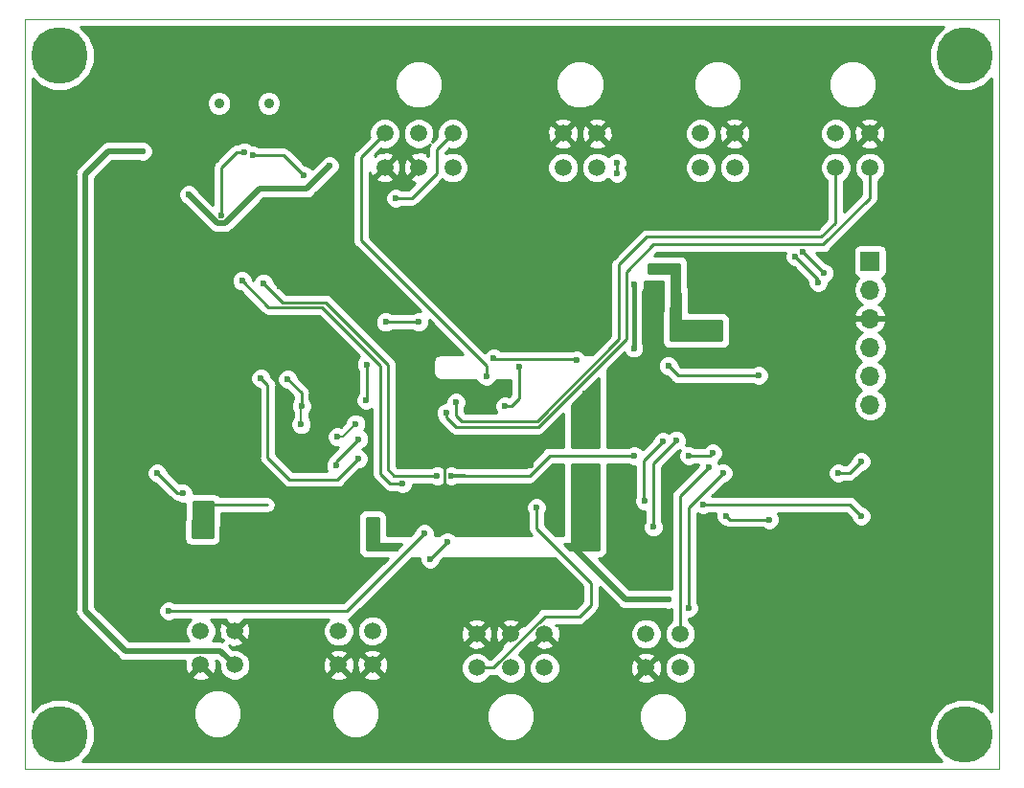
<source format=gbr>
G04 #@! TF.GenerationSoftware,KiCad,Pcbnew,(5.0.2)-1*
G04 #@! TF.CreationDate,2019-05-11T15:19:44-06:00*
G04 #@! TF.ProjectId,AndromedaV2.2,416e6472-6f6d-4656-9461-56322e322e6b,rev?*
G04 #@! TF.SameCoordinates,Original*
G04 #@! TF.FileFunction,Copper,L2,Bot*
G04 #@! TF.FilePolarity,Positive*
%FSLAX46Y46*%
G04 Gerber Fmt 4.6, Leading zero omitted, Abs format (unit mm)*
G04 Created by KiCad (PCBNEW (5.0.2)-1) date 2019-05-11 3:19:44 PM*
%MOMM*%
%LPD*%
G01*
G04 APERTURE LIST*
G04 #@! TA.AperFunction,NonConductor*
%ADD10C,0.100000*%
G04 #@! TD*
G04 #@! TA.AperFunction,ComponentPad*
%ADD11C,1.500000*%
G04 #@! TD*
G04 #@! TA.AperFunction,ComponentPad*
%ADD12R,1.700000X1.700000*%
G04 #@! TD*
G04 #@! TA.AperFunction,ComponentPad*
%ADD13O,1.700000X1.700000*%
G04 #@! TD*
G04 #@! TA.AperFunction,ComponentPad*
%ADD14C,0.909320*%
G04 #@! TD*
G04 #@! TA.AperFunction,ComponentPad*
%ADD15C,5.000000*%
G04 #@! TD*
G04 #@! TA.AperFunction,ViaPad*
%ADD16C,0.600000*%
G04 #@! TD*
G04 #@! TA.AperFunction,Conductor*
%ADD17C,0.250000*%
G04 #@! TD*
G04 #@! TA.AperFunction,Conductor*
%ADD18C,0.200000*%
G04 #@! TD*
G04 #@! TA.AperFunction,Conductor*
%ADD19C,0.400000*%
G04 #@! TD*
G04 #@! TA.AperFunction,Conductor*
%ADD20C,0.500000*%
G04 #@! TD*
G04 #@! TA.AperFunction,Conductor*
%ADD21C,0.300000*%
G04 #@! TD*
G04 #@! TA.AperFunction,Conductor*
%ADD22C,0.254000*%
G04 #@! TD*
G04 APERTURE END LIST*
D10*
X169926000Y-66548000D02*
X169926000Y-67818000D01*
X83820000Y-66548000D02*
X169926000Y-66548000D01*
X83820000Y-67818000D02*
X83820000Y-66548000D01*
X83820000Y-67818000D02*
X83820000Y-132842000D01*
X169926000Y-132842000D02*
X169926000Y-67818000D01*
X83820000Y-132842000D02*
X169926000Y-132842000D01*
D11*
G04 #@! TO.P,J21,1*
G04 #@! TO.N,PROPULSION1*
X129746000Y-123922000D03*
G04 #@! TO.P,J21,2*
G04 #@! TO.N,PROPULSION2*
X126746000Y-123922000D03*
G04 #@! TO.P,J21,4*
G04 #@! TO.N,GND*
X129746000Y-120922000D03*
G04 #@! TO.P,J21,5*
X126746000Y-120922000D03*
G04 #@! TO.P,J21,6*
X123746000Y-120922000D03*
G04 #@! TO.P,J21,3*
G04 #@! TO.N,PROPULSION3*
X123746000Y-123922000D03*
G04 #@! TD*
G04 #@! TO.P,J22,1*
G04 #@! TO.N,+5V*
X141708000Y-123922000D03*
G04 #@! TO.P,J22,2*
G04 #@! TO.N,GND*
X138708000Y-123922000D03*
G04 #@! TO.P,J22,3*
G04 #@! TO.N,Net-(J22-Pad3)*
X141708000Y-120922000D03*
G04 #@! TO.P,J22,4*
G04 #@! TO.N,Net-(J22-Pad4)*
X138708000Y-120922000D03*
G04 #@! TD*
D12*
G04 #@! TO.P,J24,1*
G04 #@! TO.N,+3V3*
X158525000Y-87950000D03*
D13*
G04 #@! TO.P,J24,2*
G04 #@! TO.N,SWCLK*
X158525000Y-90490000D03*
G04 #@! TO.P,J24,3*
G04 #@! TO.N,GND*
X158525000Y-93030000D03*
G04 #@! TO.P,J24,4*
G04 #@! TO.N,SWDIO*
X158525000Y-95570000D03*
G04 #@! TO.P,J24,5*
G04 #@! TO.N,NRST*
X158525000Y-98110000D03*
G04 #@! TO.P,J24,6*
G04 #@! TO.N,SWO*
X158525000Y-100650000D03*
G04 #@! TD*
D14*
G04 #@! TO.P,J1,*
G04 #@! TO.N,*
X105375000Y-74000000D03*
X100975720Y-74000000D03*
G04 #@! TD*
D11*
G04 #@! TO.P,J18,1*
G04 #@! TO.N,+3V3*
X155472000Y-76670000D03*
G04 #@! TO.P,J18,2*
G04 #@! TO.N,GND*
X158472000Y-76670000D03*
G04 #@! TO.P,J18,3*
G04 #@! TO.N,UART4_TX*
X155472000Y-79670000D03*
G04 #@! TO.P,J18,4*
G04 #@! TO.N,UART4_RX*
X158472000Y-79670000D03*
G04 #@! TD*
G04 #@! TO.P,J19,1*
G04 #@! TO.N,+5V*
X143534000Y-76670000D03*
G04 #@! TO.P,J19,2*
G04 #@! TO.N,GND*
X146534000Y-76670000D03*
G04 #@! TO.P,J19,3*
G04 #@! TO.N,UART1_TX*
X143534000Y-79670000D03*
G04 #@! TO.P,J19,4*
G04 #@! TO.N,UART1_RX*
X146534000Y-79670000D03*
G04 #@! TD*
G04 #@! TO.P,J20,1*
G04 #@! TO.N,GND*
X114530000Y-123668000D03*
G04 #@! TO.P,J20,2*
X111530000Y-123668000D03*
G04 #@! TO.P,J20,3*
G04 #@! TO.N,RECOVERY_2*
X114530000Y-120668000D03*
G04 #@! TO.P,J20,4*
G04 #@! TO.N,RECOVERY_1*
X111530000Y-120668000D03*
G04 #@! TD*
G04 #@! TO.P,J23,1*
G04 #@! TO.N,+5V*
X102338000Y-123668000D03*
G04 #@! TO.P,J23,2*
G04 #@! TO.N,GND*
X99338000Y-123668000D03*
G04 #@! TO.P,J23,3*
X102338000Y-120668000D03*
G04 #@! TO.P,J23,4*
G04 #@! TO.N,Net-(J23-Pad4)*
X99338000Y-120668000D03*
G04 #@! TD*
G04 #@! TO.P,J25,1*
G04 #@! TO.N,GND*
X131375000Y-76670000D03*
G04 #@! TO.P,J25,2*
X134375000Y-76670000D03*
G04 #@! TO.P,J25,3*
G04 #@! TO.N,+12V*
X131375000Y-79670000D03*
G04 #@! TO.P,J25,4*
G04 #@! TO.N,+BATT*
X134375000Y-79670000D03*
G04 #@! TD*
G04 #@! TO.P,J26,1*
G04 #@! TO.N,LAUNCH*
X115625000Y-76670000D03*
G04 #@! TO.P,J26,2*
G04 #@! TO.N,UART2_TX*
X118625000Y-76670000D03*
G04 #@! TO.P,J26,4*
G04 #@! TO.N,GND*
X115625000Y-79670000D03*
G04 #@! TO.P,J26,5*
X118625000Y-79670000D03*
G04 #@! TO.P,J26,6*
G04 #@! TO.N,+12V*
X121625000Y-79670000D03*
G04 #@! TO.P,J26,3*
G04 #@! TO.N,UART2_RX*
X121625000Y-76670000D03*
G04 #@! TD*
D15*
G04 #@! TO.P,MK2,1*
G04 #@! TO.N,N/C*
X166868000Y-69794000D03*
G04 #@! TD*
G04 #@! TO.P,MK3,1*
G04 #@! TO.N,N/C*
X166868000Y-129794000D03*
G04 #@! TD*
G04 #@! TO.P,MK4,1*
G04 #@! TO.N,N/C*
X86868000Y-69794000D03*
G04 #@! TD*
G04 #@! TO.P,MK1,1*
G04 #@! TO.N,N/C*
X86868000Y-129794000D03*
G04 #@! TD*
D16*
G04 #@! TO.N,Net-(C1-Pad1)*
X108425000Y-80350000D03*
X103975000Y-78600000D03*
G04 #@! TO.N,GND*
X103600000Y-68700000D03*
X95500000Y-68700000D03*
X86700000Y-79900000D03*
X86700000Y-89000000D03*
X86700000Y-96500000D03*
X86800000Y-108200000D03*
X86800000Y-117100000D03*
X86800000Y-123700000D03*
X95600000Y-131700000D03*
X102800000Y-131700000D03*
X113500000Y-131700000D03*
X127900000Y-131700000D03*
X141400000Y-131700000D03*
X156400000Y-131700000D03*
X162100000Y-68800000D03*
X155900000Y-68800000D03*
X149900000Y-68800000D03*
X144500000Y-68800000D03*
X135800000Y-68800000D03*
X126500000Y-68800000D03*
X118000000Y-68800000D03*
X111800000Y-68800000D03*
X138325000Y-102100000D03*
X136125000Y-102050000D03*
X129550000Y-83675000D03*
X123675000Y-83625000D03*
X121300000Y-92300000D03*
X110150000Y-87350000D03*
X100000000Y-108300000D03*
X134350000Y-85450000D03*
X134550000Y-90100000D03*
X135050000Y-92200000D03*
X131950000Y-93400000D03*
X136600000Y-99050000D03*
X144100000Y-90050000D03*
X101750000Y-104150000D03*
X102950000Y-108400000D03*
X100150000Y-101350000D03*
X100050000Y-102650000D03*
X117200000Y-97500000D03*
X161900000Y-97350000D03*
X117450000Y-106000000D03*
X112150000Y-108600000D03*
X114100000Y-106650000D03*
X124700000Y-95650000D03*
X117550000Y-100350000D03*
X102150000Y-86000000D03*
X101700000Y-92600000D03*
X106300000Y-90200000D03*
X161700000Y-89950000D03*
X153050000Y-93700000D03*
X156050000Y-93000000D03*
X109750000Y-102800000D03*
X109700000Y-103850000D03*
X142750000Y-90000000D03*
X150275000Y-88800000D03*
X148750000Y-88750000D03*
X146250000Y-88750000D03*
X139500000Y-75500000D03*
X139500000Y-79250000D03*
X140750000Y-81250000D03*
X140750000Y-83750000D03*
X106650000Y-86750000D03*
X104950000Y-84650000D03*
X107000000Y-94750000D03*
X102000000Y-94750000D03*
X136500000Y-110500000D03*
X118000000Y-111500000D03*
X128500000Y-104000000D03*
X128500000Y-106000000D03*
X93472000Y-106955001D03*
X94488000Y-105156000D03*
X147320000Y-107188000D03*
X145542000Y-101854000D03*
X157226000Y-104140000D03*
X161290000Y-102870000D03*
X160782000Y-106934000D03*
X159766000Y-108204000D03*
X162814000Y-131572000D03*
X164846000Y-126492000D03*
X168148000Y-122174000D03*
X168148000Y-115062000D03*
X168148000Y-104140000D03*
X166370000Y-101600000D03*
X164084000Y-74168000D03*
X168148000Y-79756000D03*
X168148000Y-85344000D03*
X168148000Y-92202000D03*
X168148000Y-98298000D03*
X166370000Y-100584000D03*
X89916000Y-126492000D03*
X145542000Y-116840000D03*
X143764000Y-116840000D03*
X140716000Y-116840000D03*
X136906000Y-112776000D03*
X125222000Y-103632000D03*
X121920000Y-103632000D03*
X121412000Y-104902000D03*
X120904000Y-108204000D03*
X120142000Y-108966000D03*
X123698000Y-109220000D03*
G04 #@! TO.N,Net-(C2-Pad1)*
X101150000Y-83900000D03*
X103225000Y-78300000D03*
G04 #@! TO.N,+BATT*
X137700000Y-90050000D03*
X136125000Y-80175000D03*
X137625000Y-95650000D03*
X136125000Y-79250000D03*
G04 #@! TO.N,Net-(C9-Pad2)*
X139250000Y-88550000D03*
X141425000Y-88525000D03*
X140425000Y-88550000D03*
X143825000Y-93750000D03*
X144925000Y-93750000D03*
X144925000Y-94750000D03*
X143825000Y-94750000D03*
G04 #@! TO.N,+5V*
X110744000Y-79502000D03*
X98298000Y-82084002D03*
X94234000Y-78232000D03*
G04 #@! TO.N,+3V3*
X134400000Y-100225000D03*
X133325000Y-99700000D03*
X100000000Y-109500000D03*
X98900000Y-109500000D03*
X115700000Y-93350000D03*
X118600000Y-93350000D03*
X99000000Y-112000000D03*
X100000000Y-112000000D03*
X114225000Y-111075000D03*
X114875000Y-111075000D03*
X132425000Y-109575000D03*
X97790000Y-108458000D03*
X95504000Y-106680000D03*
X140716000Y-117856000D03*
G04 #@! TO.N,SPI2_MISO*
X121158000Y-112776000D03*
X119634000Y-114300000D03*
G04 #@! TO.N,MAG_~CS*
X113250000Y-105450000D03*
X104675000Y-98325000D03*
G04 #@! TO.N,SPI1_MISO*
X113050000Y-102350000D03*
X111450000Y-103500000D03*
G04 #@! TO.N,Net-(J22-Pad4)*
X145542000Y-106680000D03*
X142494000Y-118618000D03*
G04 #@! TO.N,SWCLK*
X140200000Y-103900000D03*
X138625000Y-109175000D03*
G04 #@! TO.N,SWDIO*
X141400000Y-103800000D03*
X139375000Y-111475000D03*
G04 #@! TO.N,NRST*
X132600000Y-96700000D03*
X125250000Y-96550000D03*
X140675000Y-97225000D03*
X148675000Y-98075000D03*
G04 #@! TO.N,A/G_~CS*
X113950000Y-100250000D03*
X114000000Y-97100000D03*
G04 #@! TO.N,SPI1_SCK*
X107050000Y-98400000D03*
X108250000Y-100750000D03*
X108225000Y-102400000D03*
G04 #@! TO.N,SPI1_MOSI*
X113300000Y-103700000D03*
X111300000Y-106050000D03*
G04 #@! TO.N,SPI3_SCK*
X145796000Y-110490000D03*
X149606000Y-110811000D03*
G04 #@! TO.N,SD1_~CS*
X143764000Y-109474000D03*
X157734000Y-110490000D03*
G04 #@! TO.N,UART4_TX*
X121900000Y-100450000D03*
G04 #@! TO.N,UART4_RX*
X121050000Y-101350000D03*
G04 #@! TO.N,UART1_TX*
X153925000Y-89850000D03*
X151900000Y-87575000D03*
G04 #@! TO.N,UART1_RX*
X154450000Y-89025000D03*
X152575000Y-87100000D03*
G04 #@! TO.N,LAUNCH*
X124600000Y-98150000D03*
G04 #@! TO.N,UART2_RX*
X116600000Y-82400000D03*
G04 #@! TO.N,ADC1*
X119126000Y-112014000D03*
X96520000Y-118872000D03*
G04 #@! TO.N,Net-(R17-Pad2)*
X126238000Y-100771000D03*
X127508000Y-97282000D03*
G04 #@! TO.N,UART3_RX*
X103000000Y-89700000D03*
X117200000Y-107600000D03*
G04 #@! TO.N,UART3_TX*
X120250000Y-106950000D03*
X104900000Y-89900000D03*
G04 #@! TO.N,ADC2*
X121500000Y-106950000D03*
X137668000Y-105156000D03*
X142494000Y-105156000D03*
X144611174Y-104902000D03*
G04 #@! TO.N,Net-(R21-Pad2)*
X155702000Y-106680000D03*
X157734000Y-105664000D03*
G04 #@! TO.N,PROPULSION3*
X129032000Y-109728000D03*
G04 #@! TO.N,Net-(J22-Pad3)*
X144272000Y-106172000D03*
G04 #@! TD*
D17*
G04 #@! TO.N,Net-(C1-Pad1)*
X108425000Y-80350000D02*
X106675000Y-78600000D01*
X106675000Y-78600000D02*
X103975000Y-78600000D01*
G04 #@! TO.N,GND*
X95500000Y-68700000D02*
X103600000Y-68700000D01*
X86700000Y-89000000D02*
X86700000Y-79900000D01*
X86800000Y-108200000D02*
X86800000Y-96600000D01*
X86800000Y-96600000D02*
X86700000Y-96500000D01*
X86800000Y-123700000D02*
X86800000Y-117100000D01*
X113500000Y-131700000D02*
X102800000Y-131700000D01*
X141400000Y-131700000D02*
X127900000Y-131700000D01*
X155900000Y-68800000D02*
X162100000Y-68800000D01*
X144500000Y-68800000D02*
X149900000Y-68800000D01*
X126500000Y-68800000D02*
X135800000Y-68800000D01*
X111800000Y-68800000D02*
X118000000Y-68800000D01*
X136125000Y-102050000D02*
X136175000Y-102100000D01*
X136175000Y-102100000D02*
X138325000Y-102100000D01*
X134550000Y-90100000D02*
X134350000Y-89900000D01*
X134350000Y-89900000D02*
X134350000Y-85450000D01*
X135050000Y-92200000D02*
X133850000Y-93400000D01*
X133850000Y-93400000D02*
X131950000Y-93400000D01*
X142750000Y-90000000D02*
X144050000Y-90000000D01*
X144050000Y-90000000D02*
X144100000Y-90050000D01*
X102950000Y-108400000D02*
X103100000Y-108250000D01*
X114100000Y-106650000D02*
X112150000Y-108600000D01*
X117550000Y-100350000D02*
X117550000Y-97950000D01*
X105900000Y-86000000D02*
X106650000Y-86750000D01*
X102150000Y-86000000D02*
X105900000Y-86000000D01*
X101700000Y-92600000D02*
X102000000Y-92900000D01*
X102000000Y-92900000D02*
X102000000Y-94750000D01*
X162200000Y-97600000D02*
X162100000Y-97500000D01*
X162100000Y-97500000D02*
X162100000Y-90350000D01*
X162100000Y-90350000D02*
X161700000Y-89950000D01*
X156050000Y-93000000D02*
X155350000Y-93700000D01*
X155350000Y-93700000D02*
X153050000Y-93700000D01*
D18*
X109700000Y-103850000D02*
X109750000Y-103800000D01*
X109750000Y-103800000D02*
X109750000Y-102800000D01*
D17*
X146250000Y-88750000D02*
X148750000Y-88750000D01*
X139500000Y-79250000D02*
X139500000Y-75500000D01*
X140750000Y-83750000D02*
X140750000Y-81250000D01*
X102000000Y-94750000D02*
X107000000Y-94750000D01*
X128500000Y-104000000D02*
X128500000Y-106000000D01*
X93472000Y-106955001D02*
X93472000Y-106172000D01*
X93472000Y-106172000D02*
X94488000Y-105156000D01*
D18*
X147320000Y-107188000D02*
X145542000Y-105410000D01*
X145542000Y-105410000D02*
X145542000Y-101854000D01*
X157226000Y-104140000D02*
X158496000Y-102870000D01*
X158496000Y-102870000D02*
X161290000Y-102870000D01*
X160782000Y-106934000D02*
X160782000Y-107188000D01*
X160782000Y-107188000D02*
X159766000Y-108204000D01*
D17*
X156400000Y-131700000D02*
X162686000Y-131700000D01*
X162686000Y-131700000D02*
X162814000Y-131572000D01*
X164846000Y-126492000D02*
X167386000Y-126492000D01*
X167386000Y-126492000D02*
X168148000Y-125730000D01*
X168148000Y-125730000D02*
X168148000Y-122174000D01*
X168148000Y-115062000D02*
X168148000Y-104140000D01*
X164084000Y-74168000D02*
X167640000Y-74168000D01*
X167640000Y-74168000D02*
X167894000Y-74168000D01*
X167894000Y-74168000D02*
X168148000Y-74422000D01*
X168148000Y-74422000D02*
X168148000Y-79756000D01*
X168148000Y-85344000D02*
X168148000Y-92202000D01*
X168148000Y-98298000D02*
X168148000Y-98806000D01*
X168148000Y-98806000D02*
X166370000Y-100584000D01*
X89916000Y-126492000D02*
X90215999Y-126791999D01*
X90215999Y-126791999D02*
X91948000Y-128524000D01*
X91948000Y-128524000D02*
X91948000Y-130810000D01*
X92838000Y-131700000D02*
X91948000Y-130810000D01*
X95600000Y-131700000D02*
X92838000Y-131700000D01*
X145542000Y-116840000D02*
X143764000Y-116840000D01*
X140716000Y-116840000D02*
X136906000Y-113030000D01*
X136906000Y-113030000D02*
X136906000Y-112776000D01*
X125222000Y-103632000D02*
X121920000Y-103632000D01*
X121412000Y-104902000D02*
X120904000Y-105410000D01*
X120904000Y-105410000D02*
X120904000Y-108204000D01*
X120142000Y-108966000D02*
X123444000Y-108966000D01*
X123444000Y-108966000D02*
X123698000Y-109220000D01*
G04 #@! TO.N,Net-(C2-Pad1)*
X101150000Y-83900000D02*
X101200000Y-83850000D01*
X101200000Y-83850000D02*
X101200000Y-79650000D01*
X101200000Y-79650000D02*
X102550000Y-78300000D01*
X102550000Y-78300000D02*
X103225000Y-78300000D01*
D19*
G04 #@! TO.N,+BATT*
X137700000Y-90050000D02*
X137625000Y-90125000D01*
X137625000Y-90125000D02*
X137625000Y-95650000D01*
D17*
X136125000Y-79250000D02*
X136125000Y-80175000D01*
G04 #@! TO.N,Net-(C9-Pad2)*
X139250000Y-88550000D02*
X140425000Y-88550000D01*
X140425000Y-88550000D02*
X141400000Y-88550000D01*
X141400000Y-88550000D02*
X141425000Y-88525000D01*
X144925000Y-93750000D02*
X143825000Y-93750000D01*
X143825000Y-94750000D02*
X144925000Y-94750000D01*
D20*
G04 #@! TO.N,+5V*
X108712000Y-81534000D02*
X104552002Y-81534000D01*
X110744000Y-79502000D02*
X108712000Y-81534000D01*
X104552002Y-81534000D02*
X101486001Y-84600001D01*
X101486001Y-84600001D02*
X100813999Y-84600001D01*
X100813999Y-84600001D02*
X98298000Y-82084002D01*
X101098000Y-122428000D02*
X102338000Y-123668000D01*
X92710000Y-122428000D02*
X101098000Y-122428000D01*
X89154000Y-118872000D02*
X92710000Y-122428000D01*
X89154000Y-80264000D02*
X89154000Y-118872000D01*
X94234000Y-78232000D02*
X91186000Y-78232000D01*
X91186000Y-78232000D02*
X89154000Y-80264000D01*
G04 #@! TO.N,+3V3*
X132425000Y-111650000D02*
X132425000Y-109575000D01*
D17*
X103150000Y-109500000D02*
X105200000Y-109500000D01*
X100000000Y-109500000D02*
X103150000Y-109500000D01*
X103150000Y-109500000D02*
X104750000Y-109500000D01*
X100000000Y-109500000D02*
X98900000Y-109500000D01*
X100000000Y-109500000D02*
X100000000Y-112000000D01*
X118600000Y-93350000D02*
X115700000Y-93350000D01*
X114875000Y-111075000D02*
X114225000Y-111075000D01*
X97790000Y-108458000D02*
X97282000Y-108458000D01*
X97282000Y-108458000D02*
X95504000Y-106680000D01*
D20*
X132425000Y-111650000D02*
X132425000Y-113375000D01*
X132425000Y-113375000D02*
X136906000Y-117856000D01*
X136906000Y-117856000D02*
X140716000Y-117856000D01*
D17*
G04 #@! TO.N,SPI2_MISO*
X121158000Y-112776000D02*
X120858001Y-113075999D01*
X120858001Y-113075999D02*
X119888000Y-114046000D01*
X119888000Y-114046000D02*
X119634000Y-114300000D01*
G04 #@! TO.N,MAG_~CS*
X113250000Y-105450000D02*
X111450000Y-107250000D01*
X111450000Y-107250000D02*
X107200000Y-107250000D01*
X107200000Y-107250000D02*
X105275000Y-105325000D01*
X105275000Y-105325000D02*
X105275000Y-102800000D01*
D18*
X105275000Y-103775000D02*
X105275000Y-102800000D01*
D17*
X105275000Y-102800000D02*
X105275000Y-98925000D01*
X105275000Y-98925000D02*
X104675000Y-98325000D01*
D18*
G04 #@! TO.N,SPI1_MISO*
X111450000Y-103500000D02*
X111900000Y-103500000D01*
X111900000Y-103500000D02*
X113050000Y-102350000D01*
D17*
G04 #@! TO.N,Net-(J22-Pad4)*
X145542000Y-106680000D02*
X142494000Y-109728000D01*
X142494000Y-109728000D02*
X142494000Y-118618000D01*
G04 #@! TO.N,SWCLK*
X140200000Y-103900000D02*
X138525000Y-105575000D01*
X138525000Y-105575000D02*
X138525000Y-109075000D01*
X138525000Y-109075000D02*
X138625000Y-109175000D01*
G04 #@! TO.N,SWDIO*
X141400000Y-103800000D02*
X139325004Y-105874996D01*
X139325004Y-105874996D02*
X139325004Y-111425004D01*
X139325004Y-111425004D02*
X139375000Y-111475000D01*
G04 #@! TO.N,NRST*
X132600000Y-96700000D02*
X132500000Y-96600000D01*
X132500000Y-96600000D02*
X125300000Y-96600000D01*
X125300000Y-96600000D02*
X125250000Y-96550000D01*
X140675000Y-97225000D02*
X141525000Y-98075000D01*
X141525000Y-98075000D02*
X148675000Y-98075000D01*
G04 #@! TO.N,A/G_~CS*
X113950000Y-100250000D02*
X114000000Y-100200000D01*
X114000000Y-100200000D02*
X114000000Y-97100000D01*
G04 #@! TO.N,SPI1_SCK*
X108250000Y-100750000D02*
X108250000Y-99600000D01*
X108250000Y-99600000D02*
X107050000Y-98400000D01*
D18*
X108225000Y-100775000D02*
X108225000Y-102400000D01*
X108250000Y-100750000D02*
X108225000Y-100775000D01*
D17*
G04 #@! TO.N,SPI1_MOSI*
X111300000Y-106050000D02*
X111300000Y-105700000D01*
X111300000Y-105700000D02*
X113300000Y-103700000D01*
G04 #@! TO.N,SPI3_SCK*
X145796000Y-110490000D02*
X146117000Y-110811000D01*
X146117000Y-110811000D02*
X149606000Y-110811000D01*
G04 #@! TO.N,SD1_~CS*
X143764000Y-109474000D02*
X156718000Y-109474000D01*
X156718000Y-109474000D02*
X157734000Y-110490000D01*
G04 #@! TO.N,UART4_TX*
X155472000Y-84558000D02*
X155472000Y-79670000D01*
X154205000Y-85825000D02*
X155472000Y-84558000D01*
X138775000Y-85825000D02*
X154205000Y-85825000D01*
X121900000Y-101580000D02*
X122428000Y-102108000D01*
X122428000Y-102108000D02*
X129092000Y-102108000D01*
X129092000Y-102108000D02*
X136325000Y-94875000D01*
X136325000Y-94875000D02*
X136325000Y-88275000D01*
X121900000Y-100450000D02*
X121900000Y-101580000D01*
X136325000Y-88275000D02*
X138775000Y-85825000D01*
G04 #@! TO.N,UART4_RX*
X154375000Y-86475000D02*
X158472000Y-82378000D01*
X139375000Y-86475000D02*
X154375000Y-86475000D01*
X121050000Y-101774264D02*
X121891736Y-102616000D01*
X158472000Y-82378000D02*
X158472000Y-79670000D01*
X121050000Y-101350000D02*
X121050000Y-101774264D01*
X121891736Y-102616000D02*
X129184000Y-102616000D01*
X129184000Y-102616000D02*
X136975000Y-94825000D01*
X136975000Y-94825000D02*
X136975000Y-88875000D01*
X136975000Y-88875000D02*
X139375000Y-86475000D01*
G04 #@! TO.N,UART1_TX*
X153925000Y-89850000D02*
X153925000Y-89600000D01*
X153925000Y-89600000D02*
X151900000Y-87575000D01*
G04 #@! TO.N,UART1_RX*
X154450000Y-89025000D02*
X154450000Y-89000000D01*
X154450000Y-89000000D02*
X152575000Y-87125000D01*
X152575000Y-87125000D02*
X152575000Y-87100000D01*
G04 #@! TO.N,LAUNCH*
X124600000Y-98150000D02*
X124600000Y-97200000D01*
X124600000Y-97200000D02*
X113550000Y-86150000D01*
X113550000Y-86150000D02*
X113550000Y-78745000D01*
X113550000Y-78745000D02*
X115625000Y-76670000D01*
G04 #@! TO.N,UART2_RX*
X116600000Y-82400000D02*
X118000000Y-82400000D01*
X118000000Y-82400000D02*
X120200000Y-80200000D01*
X120200000Y-80200000D02*
X120200000Y-78095000D01*
X120200000Y-78095000D02*
X121625000Y-76670000D01*
G04 #@! TO.N,ADC1*
X119126000Y-112014000D02*
X112268000Y-118872000D01*
X112268000Y-118872000D02*
X96520000Y-118872000D01*
G04 #@! TO.N,Net-(R17-Pad2)*
X126238000Y-100771000D02*
X126813000Y-100771000D01*
X126813000Y-100771000D02*
X127508000Y-100076000D01*
X127508000Y-100076000D02*
X127508000Y-97282000D01*
G04 #@! TO.N,UART3_RX*
X117200000Y-107600000D02*
X116100000Y-107600000D01*
X116100000Y-107600000D02*
X115250000Y-106750000D01*
X110100000Y-92050000D02*
X105350000Y-92050000D01*
X115250000Y-106750000D02*
X115250000Y-97200000D01*
X105350000Y-92050000D02*
X103000000Y-89700000D01*
X115250000Y-97200000D02*
X110100000Y-92050000D01*
G04 #@! TO.N,UART3_TX*
X120250000Y-106950000D02*
X116450000Y-106950000D01*
X106600000Y-91600000D02*
X104900000Y-89900000D01*
X116450000Y-106950000D02*
X115900000Y-106400000D01*
X115900000Y-106400000D02*
X115900000Y-97100000D01*
X115900000Y-97100000D02*
X110400000Y-91600000D01*
X110400000Y-91600000D02*
X106600000Y-91600000D01*
D21*
G04 #@! TO.N,ADC2*
X121500000Y-106950000D02*
X122650000Y-106950000D01*
D17*
X128401002Y-106950000D02*
X130195002Y-105156000D01*
X122650000Y-106950000D02*
X128401002Y-106950000D01*
X130195002Y-105156000D02*
X137414000Y-105156000D01*
X137414000Y-105156000D02*
X137668000Y-105156000D01*
X144357174Y-105156000D02*
X144611174Y-104902000D01*
X142494000Y-105156000D02*
X144357174Y-105156000D01*
G04 #@! TO.N,Net-(R21-Pad2)*
X155702000Y-106680000D02*
X156718000Y-106680000D01*
X156718000Y-106680000D02*
X157734000Y-105664000D01*
G04 #@! TO.N,PROPULSION3*
X133858000Y-118364000D02*
X132842000Y-119380000D01*
X133858000Y-116400000D02*
X133858000Y-118364000D01*
X129032000Y-109728000D02*
X129032000Y-111574000D01*
X129032000Y-111574000D02*
X133858000Y-116400000D01*
X124806660Y-123922000D02*
X123746000Y-123922000D01*
X125228998Y-123922000D02*
X124806660Y-123922000D01*
X129770998Y-119380000D02*
X125228998Y-123922000D01*
X132842000Y-119380000D02*
X129770998Y-119380000D01*
G04 #@! TO.N,Net-(J22-Pad3)*
X141708000Y-108736000D02*
X141708000Y-120922000D01*
X144272000Y-106172000D02*
X141708000Y-108736000D01*
G04 #@! TD*
D22*
G04 #@! TO.N,Net-(C9-Pad2)*
G36*
X141698006Y-93151251D02*
X141708152Y-93199754D01*
X141736087Y-93240683D01*
X141777557Y-93267806D01*
X141825000Y-93277000D01*
X145398000Y-93277000D01*
X145398000Y-94948000D01*
X140902537Y-94948000D01*
X140926999Y-89150536D01*
X140917537Y-89101895D01*
X140890181Y-89060577D01*
X140849095Y-89032873D01*
X140800000Y-89023000D01*
X138924081Y-89023000D01*
X138904988Y-88202000D01*
X141649245Y-88202000D01*
X141698006Y-93151251D01*
X141698006Y-93151251D01*
G37*
X141698006Y-93151251D02*
X141708152Y-93199754D01*
X141736087Y-93240683D01*
X141777557Y-93267806D01*
X141825000Y-93277000D01*
X145398000Y-93277000D01*
X145398000Y-94948000D01*
X140902537Y-94948000D01*
X140926999Y-89150536D01*
X140917537Y-89101895D01*
X140890181Y-89060577D01*
X140849095Y-89032873D01*
X140800000Y-89023000D01*
X138924081Y-89023000D01*
X138904988Y-88202000D01*
X141649245Y-88202000D01*
X141698006Y-93151251D01*
G04 #@! TO.N,+3V3*
G36*
X100374854Y-112373000D02*
X98628881Y-112373000D01*
X98675146Y-109227000D01*
X100421119Y-109227000D01*
X100374854Y-112373000D01*
X100374854Y-112373000D01*
G37*
X100374854Y-112373000D02*
X98628881Y-112373000D01*
X98675146Y-109227000D01*
X100421119Y-109227000D01*
X100374854Y-112373000D01*
G36*
X115048000Y-112825000D02*
X115057667Y-112873601D01*
X115085197Y-112914803D01*
X115126399Y-112942333D01*
X115175000Y-112952000D01*
X117124511Y-112952000D01*
X116628511Y-113448000D01*
X114002000Y-113448000D01*
X114002000Y-110702000D01*
X115048000Y-110702000D01*
X115048000Y-112825000D01*
X115048000Y-112825000D01*
G37*
X115048000Y-112825000D02*
X115057667Y-112873601D01*
X115085197Y-112914803D01*
X115126399Y-112942333D01*
X115175000Y-112952000D01*
X117124511Y-112952000D01*
X116628511Y-113448000D01*
X114002000Y-113448000D01*
X114002000Y-110702000D01*
X115048000Y-110702000D01*
X115048000Y-112825000D01*
G36*
X134548000Y-113448000D02*
X131969487Y-113448000D01*
X131473487Y-112952000D01*
X132025000Y-112952000D01*
X132073601Y-112942333D01*
X132114803Y-112914803D01*
X132142333Y-112873601D01*
X132152000Y-112825000D01*
X132152000Y-105908000D01*
X134548000Y-105908000D01*
X134548000Y-113448000D01*
X134548000Y-113448000D01*
G37*
X134548000Y-113448000D02*
X131969487Y-113448000D01*
X131473487Y-112952000D01*
X132025000Y-112952000D01*
X132073601Y-112942333D01*
X132114803Y-112914803D01*
X132142333Y-112873601D01*
X132152000Y-112825000D01*
X132152000Y-105908000D01*
X134548000Y-105908000D01*
X134548000Y-113448000D01*
G36*
X134548000Y-104404000D02*
X132152000Y-104404000D01*
X132152000Y-100711487D01*
X134548000Y-98315488D01*
X134548000Y-104404000D01*
X134548000Y-104404000D01*
G37*
X134548000Y-104404000D02*
X132152000Y-104404000D01*
X132152000Y-100711487D01*
X134548000Y-98315488D01*
X134548000Y-104404000D01*
G04 #@! TO.N,GND*
G36*
X164217057Y-68022697D02*
X163741000Y-69172001D01*
X163741000Y-70415999D01*
X164217057Y-71565303D01*
X165096697Y-72444943D01*
X166246001Y-72921000D01*
X167489999Y-72921000D01*
X168639303Y-72444943D01*
X169249001Y-71835245D01*
X169249000Y-127752754D01*
X168639303Y-127143057D01*
X167489999Y-126667000D01*
X166246001Y-126667000D01*
X165096697Y-127143057D01*
X164217057Y-128022697D01*
X163741000Y-129172001D01*
X163741000Y-130415999D01*
X164217057Y-131565303D01*
X164816754Y-132165000D01*
X88919246Y-132165000D01*
X89518943Y-131565303D01*
X89995000Y-130415999D01*
X89995000Y-129172001D01*
X89518943Y-128022697D01*
X89061159Y-127564913D01*
X98711000Y-127564913D01*
X98711000Y-128411087D01*
X99034817Y-129192848D01*
X99633152Y-129791183D01*
X100414913Y-130115000D01*
X101261087Y-130115000D01*
X102042848Y-129791183D01*
X102641183Y-129192848D01*
X102965000Y-128411087D01*
X102965000Y-127564913D01*
X110903000Y-127564913D01*
X110903000Y-128411087D01*
X111226817Y-129192848D01*
X111825152Y-129791183D01*
X112606913Y-130115000D01*
X113453087Y-130115000D01*
X114234848Y-129791183D01*
X114833183Y-129192848D01*
X115157000Y-128411087D01*
X115157000Y-127818913D01*
X124619000Y-127818913D01*
X124619000Y-128665087D01*
X124942817Y-129446848D01*
X125541152Y-130045183D01*
X126322913Y-130369000D01*
X127169087Y-130369000D01*
X127950848Y-130045183D01*
X128549183Y-129446848D01*
X128873000Y-128665087D01*
X128873000Y-127818913D01*
X138081000Y-127818913D01*
X138081000Y-128665087D01*
X138404817Y-129446848D01*
X139003152Y-130045183D01*
X139784913Y-130369000D01*
X140631087Y-130369000D01*
X141412848Y-130045183D01*
X142011183Y-129446848D01*
X142335000Y-128665087D01*
X142335000Y-127818913D01*
X142011183Y-127037152D01*
X141412848Y-126438817D01*
X140631087Y-126115000D01*
X139784913Y-126115000D01*
X139003152Y-126438817D01*
X138404817Y-127037152D01*
X138081000Y-127818913D01*
X128873000Y-127818913D01*
X128549183Y-127037152D01*
X127950848Y-126438817D01*
X127169087Y-126115000D01*
X126322913Y-126115000D01*
X125541152Y-126438817D01*
X124942817Y-127037152D01*
X124619000Y-127818913D01*
X115157000Y-127818913D01*
X115157000Y-127564913D01*
X114833183Y-126783152D01*
X114234848Y-126184817D01*
X113453087Y-125861000D01*
X112606913Y-125861000D01*
X111825152Y-126184817D01*
X111226817Y-126783152D01*
X110903000Y-127564913D01*
X102965000Y-127564913D01*
X102641183Y-126783152D01*
X102042848Y-126184817D01*
X101261087Y-125861000D01*
X100414913Y-125861000D01*
X99633152Y-126184817D01*
X99034817Y-126783152D01*
X98711000Y-127564913D01*
X89061159Y-127564913D01*
X88639303Y-127143057D01*
X87489999Y-126667000D01*
X86246001Y-126667000D01*
X85096697Y-127143057D01*
X84497000Y-127742754D01*
X84497000Y-124639517D01*
X98546088Y-124639517D01*
X98614077Y-124880460D01*
X99133171Y-125065201D01*
X99683448Y-125037230D01*
X100061923Y-124880460D01*
X100129912Y-124639517D01*
X99338000Y-123847605D01*
X98546088Y-124639517D01*
X84497000Y-124639517D01*
X84497000Y-80264000D01*
X88259820Y-80264000D01*
X88277000Y-80350370D01*
X88277001Y-118785625D01*
X88259820Y-118872000D01*
X88327885Y-119214188D01*
X88450106Y-119397103D01*
X88521720Y-119504281D01*
X88594944Y-119553208D01*
X92028791Y-122987056D01*
X92077719Y-123060281D01*
X92150943Y-123109208D01*
X92367810Y-123254115D01*
X92367811Y-123254115D01*
X92367812Y-123254116D01*
X92623625Y-123305000D01*
X92623629Y-123305000D01*
X92709999Y-123322180D01*
X92796369Y-123305000D01*
X97997091Y-123305000D01*
X97940799Y-123463171D01*
X97968770Y-124013448D01*
X98125540Y-124391923D01*
X98366483Y-124459912D01*
X99158395Y-123668000D01*
X99144253Y-123653858D01*
X99323858Y-123474253D01*
X99338000Y-123488395D01*
X99352143Y-123474253D01*
X99531748Y-123653858D01*
X99517605Y-123668000D01*
X100309517Y-124459912D01*
X100550460Y-124391923D01*
X100735201Y-123872829D01*
X100707230Y-123322552D01*
X100699960Y-123305000D01*
X100734736Y-123305000D01*
X100961000Y-123531265D01*
X100961000Y-123941902D01*
X101170636Y-124448008D01*
X101557992Y-124835364D01*
X102064098Y-125045000D01*
X102611902Y-125045000D01*
X103118008Y-124835364D01*
X103313855Y-124639517D01*
X110738088Y-124639517D01*
X110806077Y-124880460D01*
X111325171Y-125065201D01*
X111875448Y-125037230D01*
X112253923Y-124880460D01*
X112321912Y-124639517D01*
X113738088Y-124639517D01*
X113806077Y-124880460D01*
X114325171Y-125065201D01*
X114875448Y-125037230D01*
X115253923Y-124880460D01*
X115321912Y-124639517D01*
X114530000Y-123847605D01*
X113738088Y-124639517D01*
X112321912Y-124639517D01*
X111530000Y-123847605D01*
X110738088Y-124639517D01*
X103313855Y-124639517D01*
X103505364Y-124448008D01*
X103715000Y-123941902D01*
X103715000Y-123463171D01*
X110132799Y-123463171D01*
X110160770Y-124013448D01*
X110317540Y-124391923D01*
X110558483Y-124459912D01*
X111350395Y-123668000D01*
X111709605Y-123668000D01*
X112501517Y-124459912D01*
X112742460Y-124391923D01*
X112927201Y-123872829D01*
X112906378Y-123463171D01*
X113132799Y-123463171D01*
X113160770Y-124013448D01*
X113317540Y-124391923D01*
X113558483Y-124459912D01*
X114350395Y-123668000D01*
X114709605Y-123668000D01*
X115501517Y-124459912D01*
X115742460Y-124391923D01*
X115927201Y-123872829D01*
X115899230Y-123322552D01*
X115742460Y-122944077D01*
X115501517Y-122876088D01*
X114709605Y-123668000D01*
X114350395Y-123668000D01*
X113558483Y-122876088D01*
X113317540Y-122944077D01*
X113132799Y-123463171D01*
X112906378Y-123463171D01*
X112899230Y-123322552D01*
X112742460Y-122944077D01*
X112501517Y-122876088D01*
X111709605Y-123668000D01*
X111350395Y-123668000D01*
X110558483Y-122876088D01*
X110317540Y-122944077D01*
X110132799Y-123463171D01*
X103715000Y-123463171D01*
X103715000Y-123394098D01*
X103505364Y-122887992D01*
X103313855Y-122696483D01*
X110738088Y-122696483D01*
X111530000Y-123488395D01*
X112321912Y-122696483D01*
X113738088Y-122696483D01*
X114530000Y-123488395D01*
X115321912Y-122696483D01*
X115253923Y-122455540D01*
X114734829Y-122270799D01*
X114184552Y-122298770D01*
X113806077Y-122455540D01*
X113738088Y-122696483D01*
X112321912Y-122696483D01*
X112253923Y-122455540D01*
X111734829Y-122270799D01*
X111184552Y-122298770D01*
X110806077Y-122455540D01*
X110738088Y-122696483D01*
X103313855Y-122696483D01*
X103118008Y-122500636D01*
X102611902Y-122291000D01*
X102201265Y-122291000D01*
X101888328Y-121978063D01*
X102133171Y-122065201D01*
X102683448Y-122037230D01*
X103061923Y-121880460D01*
X103129912Y-121639517D01*
X102338000Y-120847605D01*
X102323858Y-120861748D01*
X102144253Y-120682143D01*
X102158395Y-120668000D01*
X102517605Y-120668000D01*
X103309517Y-121459912D01*
X103550460Y-121391923D01*
X103735201Y-120872829D01*
X103707230Y-120322552D01*
X103550460Y-119944077D01*
X103309517Y-119876088D01*
X102517605Y-120668000D01*
X102158395Y-120668000D01*
X101366483Y-119876088D01*
X101125540Y-119944077D01*
X100940799Y-120463171D01*
X100968770Y-121013448D01*
X101125540Y-121391923D01*
X101366481Y-121459911D01*
X101260291Y-121566101D01*
X101184375Y-121551000D01*
X101184370Y-121551000D01*
X101098000Y-121533820D01*
X101011630Y-121551000D01*
X100402372Y-121551000D01*
X100505364Y-121448008D01*
X100715000Y-120941902D01*
X100715000Y-120394098D01*
X100505364Y-119887992D01*
X100241372Y-119624000D01*
X101566541Y-119624000D01*
X101546088Y-119696483D01*
X102338000Y-120488395D01*
X103129912Y-119696483D01*
X103109459Y-119624000D01*
X110626628Y-119624000D01*
X110362636Y-119887992D01*
X110153000Y-120394098D01*
X110153000Y-120941902D01*
X110362636Y-121448008D01*
X110749992Y-121835364D01*
X111256098Y-122045000D01*
X111803902Y-122045000D01*
X112310008Y-121835364D01*
X112697364Y-121448008D01*
X112907000Y-120941902D01*
X112907000Y-120394098D01*
X113153000Y-120394098D01*
X113153000Y-120941902D01*
X113362636Y-121448008D01*
X113749992Y-121835364D01*
X114256098Y-122045000D01*
X114803902Y-122045000D01*
X115169614Y-121893517D01*
X122954088Y-121893517D01*
X123022077Y-122134460D01*
X123541171Y-122319201D01*
X124091448Y-122291230D01*
X124469923Y-122134460D01*
X124537912Y-121893517D01*
X123746000Y-121101605D01*
X122954088Y-121893517D01*
X115169614Y-121893517D01*
X115310008Y-121835364D01*
X115697364Y-121448008D01*
X115907000Y-120941902D01*
X115907000Y-120717171D01*
X122348799Y-120717171D01*
X122376770Y-121267448D01*
X122533540Y-121645923D01*
X122774483Y-121713912D01*
X123566395Y-120922000D01*
X123925605Y-120922000D01*
X124717517Y-121713912D01*
X124958460Y-121645923D01*
X125143201Y-121126829D01*
X125122378Y-120717171D01*
X125348799Y-120717171D01*
X125376770Y-121267448D01*
X125533540Y-121645923D01*
X125774483Y-121713912D01*
X126566395Y-120922000D01*
X125774483Y-120130088D01*
X125533540Y-120198077D01*
X125348799Y-120717171D01*
X125122378Y-120717171D01*
X125115230Y-120576552D01*
X124958460Y-120198077D01*
X124717517Y-120130088D01*
X123925605Y-120922000D01*
X123566395Y-120922000D01*
X122774483Y-120130088D01*
X122533540Y-120198077D01*
X122348799Y-120717171D01*
X115907000Y-120717171D01*
X115907000Y-120394098D01*
X115723249Y-119950483D01*
X122954088Y-119950483D01*
X123746000Y-120742395D01*
X124537912Y-119950483D01*
X125954088Y-119950483D01*
X126746000Y-120742395D01*
X127537912Y-119950483D01*
X127469923Y-119709540D01*
X126950829Y-119524799D01*
X126400552Y-119552770D01*
X126022077Y-119709540D01*
X125954088Y-119950483D01*
X124537912Y-119950483D01*
X124469923Y-119709540D01*
X123950829Y-119524799D01*
X123400552Y-119552770D01*
X123022077Y-119709540D01*
X122954088Y-119950483D01*
X115723249Y-119950483D01*
X115697364Y-119887992D01*
X115310008Y-119500636D01*
X114803902Y-119291000D01*
X114256098Y-119291000D01*
X113749992Y-119500636D01*
X113362636Y-119887992D01*
X113153000Y-120394098D01*
X112907000Y-120394098D01*
X112697364Y-119887992D01*
X112418223Y-119608851D01*
X112561416Y-119580368D01*
X112810161Y-119414161D01*
X112852116Y-119351371D01*
X118001489Y-114202000D01*
X118707000Y-114202000D01*
X118707000Y-114484392D01*
X118848127Y-114825103D01*
X119108897Y-115085873D01*
X119449608Y-115227000D01*
X119818392Y-115227000D01*
X120159103Y-115085873D01*
X120419873Y-114825103D01*
X120561000Y-114484392D01*
X120561000Y-114436487D01*
X120795488Y-114202000D01*
X130596513Y-114202000D01*
X133106000Y-116711488D01*
X133106001Y-118052511D01*
X132530513Y-118628000D01*
X129845056Y-118628000D01*
X129770997Y-118613269D01*
X129696938Y-118628000D01*
X129696935Y-118628000D01*
X129477582Y-118671632D01*
X129228837Y-118837839D01*
X129186883Y-118900627D01*
X127904625Y-120182886D01*
X127717517Y-120130088D01*
X126925605Y-120922000D01*
X126939748Y-120936143D01*
X126760143Y-121115748D01*
X126746000Y-121101605D01*
X125954088Y-121893517D01*
X126006886Y-122080625D01*
X124922782Y-123164729D01*
X124913364Y-123141992D01*
X124526008Y-122754636D01*
X124019902Y-122545000D01*
X123472098Y-122545000D01*
X122965992Y-122754636D01*
X122578636Y-123141992D01*
X122369000Y-123648098D01*
X122369000Y-124195902D01*
X122578636Y-124702008D01*
X122965992Y-125089364D01*
X123472098Y-125299000D01*
X124019902Y-125299000D01*
X124526008Y-125089364D01*
X124913364Y-124702008D01*
X124924965Y-124674000D01*
X125154939Y-124674000D01*
X125228998Y-124688731D01*
X125303057Y-124674000D01*
X125303061Y-124674000D01*
X125522414Y-124630368D01*
X125543207Y-124616475D01*
X125578636Y-124702008D01*
X125965992Y-125089364D01*
X126472098Y-125299000D01*
X127019902Y-125299000D01*
X127526008Y-125089364D01*
X127913364Y-124702008D01*
X128123000Y-124195902D01*
X128123000Y-123648098D01*
X128369000Y-123648098D01*
X128369000Y-124195902D01*
X128578636Y-124702008D01*
X128965992Y-125089364D01*
X129472098Y-125299000D01*
X130019902Y-125299000D01*
X130526008Y-125089364D01*
X130721855Y-124893517D01*
X137916088Y-124893517D01*
X137984077Y-125134460D01*
X138503171Y-125319201D01*
X139053448Y-125291230D01*
X139431923Y-125134460D01*
X139499912Y-124893517D01*
X138708000Y-124101605D01*
X137916088Y-124893517D01*
X130721855Y-124893517D01*
X130913364Y-124702008D01*
X131123000Y-124195902D01*
X131123000Y-123717171D01*
X137310799Y-123717171D01*
X137338770Y-124267448D01*
X137495540Y-124645923D01*
X137736483Y-124713912D01*
X138528395Y-123922000D01*
X138887605Y-123922000D01*
X139679517Y-124713912D01*
X139920460Y-124645923D01*
X140105201Y-124126829D01*
X140080867Y-123648098D01*
X140331000Y-123648098D01*
X140331000Y-124195902D01*
X140540636Y-124702008D01*
X140927992Y-125089364D01*
X141434098Y-125299000D01*
X141981902Y-125299000D01*
X142488008Y-125089364D01*
X142875364Y-124702008D01*
X143085000Y-124195902D01*
X143085000Y-123648098D01*
X142875364Y-123141992D01*
X142488008Y-122754636D01*
X141981902Y-122545000D01*
X141434098Y-122545000D01*
X140927992Y-122754636D01*
X140540636Y-123141992D01*
X140331000Y-123648098D01*
X140080867Y-123648098D01*
X140077230Y-123576552D01*
X139920460Y-123198077D01*
X139679517Y-123130088D01*
X138887605Y-123922000D01*
X138528395Y-123922000D01*
X137736483Y-123130088D01*
X137495540Y-123198077D01*
X137310799Y-123717171D01*
X131123000Y-123717171D01*
X131123000Y-123648098D01*
X130913364Y-123141992D01*
X130721855Y-122950483D01*
X137916088Y-122950483D01*
X138708000Y-123742395D01*
X139499912Y-122950483D01*
X139431923Y-122709540D01*
X138912829Y-122524799D01*
X138362552Y-122552770D01*
X137984077Y-122709540D01*
X137916088Y-122950483D01*
X130721855Y-122950483D01*
X130526008Y-122754636D01*
X130019902Y-122545000D01*
X129472098Y-122545000D01*
X128965992Y-122754636D01*
X128578636Y-123141992D01*
X128369000Y-123648098D01*
X128123000Y-123648098D01*
X127913364Y-123141992D01*
X127526008Y-122754636D01*
X127479227Y-122735259D01*
X128320969Y-121893517D01*
X128954088Y-121893517D01*
X129022077Y-122134460D01*
X129541171Y-122319201D01*
X130091448Y-122291230D01*
X130469923Y-122134460D01*
X130537912Y-121893517D01*
X129746000Y-121101605D01*
X128954088Y-121893517D01*
X128320969Y-121893517D01*
X128560855Y-121653631D01*
X128774483Y-121713912D01*
X129566395Y-120922000D01*
X129552253Y-120907858D01*
X129731858Y-120728253D01*
X129746000Y-120742395D01*
X129760143Y-120728253D01*
X129939748Y-120907858D01*
X129925605Y-120922000D01*
X130717517Y-121713912D01*
X130958460Y-121645923D01*
X131143201Y-121126829D01*
X131118867Y-120648098D01*
X137331000Y-120648098D01*
X137331000Y-121195902D01*
X137540636Y-121702008D01*
X137927992Y-122089364D01*
X138434098Y-122299000D01*
X138981902Y-122299000D01*
X139488008Y-122089364D01*
X139875364Y-121702008D01*
X140085000Y-121195902D01*
X140085000Y-120648098D01*
X139875364Y-120141992D01*
X139488008Y-119754636D01*
X138981902Y-119545000D01*
X138434098Y-119545000D01*
X137927992Y-119754636D01*
X137540636Y-120141992D01*
X137331000Y-120648098D01*
X131118867Y-120648098D01*
X131115230Y-120576552D01*
X130958460Y-120198077D01*
X130724293Y-120132000D01*
X132767941Y-120132000D01*
X132842000Y-120146731D01*
X132916059Y-120132000D01*
X132916063Y-120132000D01*
X133135416Y-120088368D01*
X133384161Y-119922161D01*
X133426116Y-119859371D01*
X134337373Y-118948115D01*
X134400161Y-118906161D01*
X134566368Y-118657416D01*
X134610000Y-118438063D01*
X134610000Y-118438059D01*
X134624731Y-118364000D01*
X134610000Y-118289941D01*
X134610000Y-116800265D01*
X136224794Y-118415060D01*
X136273719Y-118488281D01*
X136346940Y-118537206D01*
X136346943Y-118537209D01*
X136482822Y-118628000D01*
X136563812Y-118682116D01*
X136819625Y-118733000D01*
X136819630Y-118733000D01*
X136906000Y-118750180D01*
X136992370Y-118733000D01*
X140410897Y-118733000D01*
X140531608Y-118783000D01*
X140900392Y-118783000D01*
X140956001Y-118759966D01*
X140956001Y-119743034D01*
X140927992Y-119754636D01*
X140540636Y-120141992D01*
X140331000Y-120648098D01*
X140331000Y-121195902D01*
X140540636Y-121702008D01*
X140927992Y-122089364D01*
X141434098Y-122299000D01*
X141981902Y-122299000D01*
X142488008Y-122089364D01*
X142875364Y-121702008D01*
X143085000Y-121195902D01*
X143085000Y-120648098D01*
X142875364Y-120141992D01*
X142488008Y-119754636D01*
X142460000Y-119743035D01*
X142460000Y-119545000D01*
X142678392Y-119545000D01*
X143019103Y-119403873D01*
X143279873Y-119143103D01*
X143421000Y-118802392D01*
X143421000Y-118433608D01*
X143279873Y-118092897D01*
X143246000Y-118059024D01*
X143246000Y-110262815D01*
X143579608Y-110401000D01*
X143948392Y-110401000D01*
X144289103Y-110259873D01*
X144322976Y-110226000D01*
X144901975Y-110226000D01*
X144869000Y-110305608D01*
X144869000Y-110674392D01*
X145010127Y-111015103D01*
X145270897Y-111275873D01*
X145611608Y-111417000D01*
X145670380Y-111417000D01*
X145823584Y-111519368D01*
X146042937Y-111563000D01*
X146042941Y-111563000D01*
X146117000Y-111577731D01*
X146191059Y-111563000D01*
X149047024Y-111563000D01*
X149080897Y-111596873D01*
X149421608Y-111738000D01*
X149790392Y-111738000D01*
X150131103Y-111596873D01*
X150391873Y-111336103D01*
X150533000Y-110995392D01*
X150533000Y-110626608D01*
X150391873Y-110285897D01*
X150331976Y-110226000D01*
X156406513Y-110226000D01*
X156807000Y-110626488D01*
X156807000Y-110674392D01*
X156948127Y-111015103D01*
X157208897Y-111275873D01*
X157549608Y-111417000D01*
X157918392Y-111417000D01*
X158259103Y-111275873D01*
X158519873Y-111015103D01*
X158661000Y-110674392D01*
X158661000Y-110305608D01*
X158519873Y-109964897D01*
X158259103Y-109704127D01*
X157918392Y-109563000D01*
X157870488Y-109563000D01*
X157302116Y-108994629D01*
X157260161Y-108931839D01*
X157011416Y-108765632D01*
X156792063Y-108722000D01*
X156792059Y-108722000D01*
X156718000Y-108707269D01*
X156643941Y-108722000D01*
X144563488Y-108722000D01*
X145678488Y-107607000D01*
X145726392Y-107607000D01*
X146067103Y-107465873D01*
X146327873Y-107205103D01*
X146469000Y-106864392D01*
X146469000Y-106495608D01*
X154775000Y-106495608D01*
X154775000Y-106864392D01*
X154916127Y-107205103D01*
X155176897Y-107465873D01*
X155517608Y-107607000D01*
X155886392Y-107607000D01*
X156227103Y-107465873D01*
X156260976Y-107432000D01*
X156643941Y-107432000D01*
X156718000Y-107446731D01*
X156792059Y-107432000D01*
X156792063Y-107432000D01*
X157011416Y-107388368D01*
X157260161Y-107222161D01*
X157302116Y-107159371D01*
X157870488Y-106591000D01*
X157918392Y-106591000D01*
X158259103Y-106449873D01*
X158519873Y-106189103D01*
X158661000Y-105848392D01*
X158661000Y-105479608D01*
X158519873Y-105138897D01*
X158259103Y-104878127D01*
X157918392Y-104737000D01*
X157549608Y-104737000D01*
X157208897Y-104878127D01*
X156948127Y-105138897D01*
X156807000Y-105479608D01*
X156807000Y-105527512D01*
X156406513Y-105928000D01*
X156260976Y-105928000D01*
X156227103Y-105894127D01*
X155886392Y-105753000D01*
X155517608Y-105753000D01*
X155176897Y-105894127D01*
X154916127Y-106154897D01*
X154775000Y-106495608D01*
X146469000Y-106495608D01*
X146327873Y-106154897D01*
X146067103Y-105894127D01*
X145726392Y-105753000D01*
X145357608Y-105753000D01*
X145139281Y-105843434D01*
X145083842Y-105709592D01*
X145136277Y-105687873D01*
X145397047Y-105427103D01*
X145538174Y-105086392D01*
X145538174Y-104717608D01*
X145397047Y-104376897D01*
X145136277Y-104116127D01*
X144795566Y-103975000D01*
X144426782Y-103975000D01*
X144086071Y-104116127D01*
X143825301Y-104376897D01*
X143814075Y-104404000D01*
X143052976Y-104404000D01*
X143019103Y-104370127D01*
X142678392Y-104229000D01*
X142309608Y-104229000D01*
X142208298Y-104270964D01*
X142327000Y-103984392D01*
X142327000Y-103615608D01*
X142185873Y-103274897D01*
X141925103Y-103014127D01*
X141584392Y-102873000D01*
X141215608Y-102873000D01*
X140874897Y-103014127D01*
X140750000Y-103139024D01*
X140725103Y-103114127D01*
X140384392Y-102973000D01*
X140015608Y-102973000D01*
X139674897Y-103114127D01*
X139414127Y-103374897D01*
X139273000Y-103715608D01*
X139273000Y-103763512D01*
X138429744Y-104606768D01*
X138193103Y-104370127D01*
X137852392Y-104229000D01*
X137483608Y-104229000D01*
X137142897Y-104370127D01*
X137109024Y-104404000D01*
X135302000Y-104404000D01*
X135302000Y-100469747D01*
X135327000Y-100409392D01*
X135327000Y-100040608D01*
X135302000Y-99980253D01*
X135302000Y-97561488D01*
X135822880Y-97040608D01*
X139748000Y-97040608D01*
X139748000Y-97409392D01*
X139889127Y-97750103D01*
X140149897Y-98010873D01*
X140490608Y-98152000D01*
X140538512Y-98152000D01*
X140940887Y-98554376D01*
X140982839Y-98617161D01*
X141045623Y-98659112D01*
X141045626Y-98659115D01*
X141216067Y-98773000D01*
X141231584Y-98783368D01*
X141450937Y-98827000D01*
X141450941Y-98827000D01*
X141525000Y-98841731D01*
X141599059Y-98827000D01*
X148116024Y-98827000D01*
X148149897Y-98860873D01*
X148490608Y-99002000D01*
X148859392Y-99002000D01*
X149200103Y-98860873D01*
X149460873Y-98600103D01*
X149602000Y-98259392D01*
X149602000Y-97890608D01*
X149460873Y-97549897D01*
X149200103Y-97289127D01*
X148859392Y-97148000D01*
X148490608Y-97148000D01*
X148149897Y-97289127D01*
X148116024Y-97323000D01*
X141836488Y-97323000D01*
X141602000Y-97088512D01*
X141602000Y-97040608D01*
X141460873Y-96699897D01*
X141200103Y-96439127D01*
X140859392Y-96298000D01*
X140490608Y-96298000D01*
X140149897Y-96439127D01*
X139889127Y-96699897D01*
X139748000Y-97040608D01*
X135822880Y-97040608D01*
X136794976Y-96068512D01*
X136839127Y-96175103D01*
X137099897Y-96435873D01*
X137440608Y-96577000D01*
X137809392Y-96577000D01*
X138150103Y-96435873D01*
X138410873Y-96175103D01*
X138552000Y-95834392D01*
X138552000Y-95465608D01*
X138452000Y-95224186D01*
X138452000Y-90608976D01*
X138485873Y-90575103D01*
X138627000Y-90234392D01*
X138627000Y-89865608D01*
X138575080Y-89740261D01*
X138800000Y-89785000D01*
X140162315Y-89785000D01*
X140140006Y-95072321D01*
X140188336Y-95318004D01*
X140325987Y-95524013D01*
X140531996Y-95661664D01*
X140775000Y-95710000D01*
X145525000Y-95710000D01*
X145768004Y-95661664D01*
X145905188Y-95570000D01*
X157019064Y-95570000D01*
X157133697Y-96146297D01*
X157460142Y-96634858D01*
X157767160Y-96840000D01*
X157460142Y-97045142D01*
X157133697Y-97533703D01*
X157019064Y-98110000D01*
X157133697Y-98686297D01*
X157460142Y-99174858D01*
X157767160Y-99380000D01*
X157460142Y-99585142D01*
X157133697Y-100073703D01*
X157019064Y-100650000D01*
X157133697Y-101226297D01*
X157460142Y-101714858D01*
X157948703Y-102041303D01*
X158379529Y-102127000D01*
X158670471Y-102127000D01*
X159101297Y-102041303D01*
X159589858Y-101714858D01*
X159916303Y-101226297D01*
X160030936Y-100650000D01*
X159916303Y-100073703D01*
X159589858Y-99585142D01*
X159282840Y-99380000D01*
X159589858Y-99174858D01*
X159916303Y-98686297D01*
X160030936Y-98110000D01*
X159916303Y-97533703D01*
X159589858Y-97045142D01*
X159282840Y-96840000D01*
X159589858Y-96634858D01*
X159916303Y-96146297D01*
X160030936Y-95570000D01*
X159916303Y-94993703D01*
X159589858Y-94505142D01*
X159268066Y-94290128D01*
X159406358Y-94225183D01*
X159796645Y-93796924D01*
X159966476Y-93386890D01*
X159845155Y-93157000D01*
X158652000Y-93157000D01*
X158652000Y-93177000D01*
X158398000Y-93177000D01*
X158398000Y-93157000D01*
X157204845Y-93157000D01*
X157083524Y-93386890D01*
X157253355Y-93796924D01*
X157643642Y-94225183D01*
X157781934Y-94290128D01*
X157460142Y-94505142D01*
X157133697Y-94993703D01*
X157019064Y-95570000D01*
X145905188Y-95570000D01*
X145974013Y-95524013D01*
X146111664Y-95318004D01*
X146160000Y-95075000D01*
X146160000Y-93150000D01*
X146111664Y-92906996D01*
X145974013Y-92700987D01*
X145768004Y-92563336D01*
X145525000Y-92515000D01*
X142453774Y-92515000D01*
X142409969Y-88068744D01*
X142361664Y-87831996D01*
X142224013Y-87625987D01*
X142018004Y-87488336D01*
X141775000Y-87440000D01*
X139473489Y-87440000D01*
X139686489Y-87227000D01*
X151040769Y-87227000D01*
X150973000Y-87390608D01*
X150973000Y-87759392D01*
X151114127Y-88100103D01*
X151374897Y-88360873D01*
X151715608Y-88502000D01*
X151763513Y-88502000D01*
X152998000Y-89736489D01*
X152998000Y-90034392D01*
X153139127Y-90375103D01*
X153399897Y-90635873D01*
X153740608Y-90777000D01*
X154109392Y-90777000D01*
X154450103Y-90635873D01*
X154595976Y-90490000D01*
X157019064Y-90490000D01*
X157133697Y-91066297D01*
X157460142Y-91554858D01*
X157781934Y-91769872D01*
X157643642Y-91834817D01*
X157253355Y-92263076D01*
X157083524Y-92673110D01*
X157204845Y-92903000D01*
X158398000Y-92903000D01*
X158398000Y-92883000D01*
X158652000Y-92883000D01*
X158652000Y-92903000D01*
X159845155Y-92903000D01*
X159966476Y-92673110D01*
X159796645Y-92263076D01*
X159406358Y-91834817D01*
X159268066Y-91769872D01*
X159589858Y-91554858D01*
X159916303Y-91066297D01*
X160030936Y-90490000D01*
X159916303Y-89913703D01*
X159589858Y-89425142D01*
X159556877Y-89403105D01*
X159619643Y-89390620D01*
X159827041Y-89252041D01*
X159965620Y-89044643D01*
X160014283Y-88800000D01*
X160014283Y-87100000D01*
X159965620Y-86855357D01*
X159827041Y-86647959D01*
X159619643Y-86509380D01*
X159375000Y-86460717D01*
X157675000Y-86460717D01*
X157430357Y-86509380D01*
X157222959Y-86647959D01*
X157084380Y-86855357D01*
X157035717Y-87100000D01*
X157035717Y-88800000D01*
X157084380Y-89044643D01*
X157222959Y-89252041D01*
X157430357Y-89390620D01*
X157493123Y-89403105D01*
X157460142Y-89425142D01*
X157133697Y-89913703D01*
X157019064Y-90490000D01*
X154595976Y-90490000D01*
X154710873Y-90375103D01*
X154852000Y-90034392D01*
X154852000Y-89861864D01*
X154975103Y-89810873D01*
X155235873Y-89550103D01*
X155377000Y-89209392D01*
X155377000Y-88840608D01*
X155235873Y-88499897D01*
X154975103Y-88239127D01*
X154634392Y-88098000D01*
X154611489Y-88098000D01*
X153740488Y-87227000D01*
X154300941Y-87227000D01*
X154375000Y-87241731D01*
X154449059Y-87227000D01*
X154449063Y-87227000D01*
X154668416Y-87183368D01*
X154917161Y-87017161D01*
X154959116Y-86954371D01*
X158951374Y-82962114D01*
X159014161Y-82920161D01*
X159180368Y-82671416D01*
X159224000Y-82452063D01*
X159224000Y-82452059D01*
X159238731Y-82378000D01*
X159224000Y-82303941D01*
X159224000Y-80848965D01*
X159252008Y-80837364D01*
X159639364Y-80450008D01*
X159849000Y-79943902D01*
X159849000Y-79396098D01*
X159639364Y-78889992D01*
X159252008Y-78502636D01*
X158745902Y-78293000D01*
X158198098Y-78293000D01*
X157691992Y-78502636D01*
X157304636Y-78889992D01*
X157095000Y-79396098D01*
X157095000Y-79943902D01*
X157304636Y-80450008D01*
X157691992Y-80837364D01*
X157720001Y-80848966D01*
X157720000Y-82066512D01*
X156224000Y-83562512D01*
X156224000Y-80848965D01*
X156252008Y-80837364D01*
X156639364Y-80450008D01*
X156849000Y-79943902D01*
X156849000Y-79396098D01*
X156639364Y-78889992D01*
X156252008Y-78502636D01*
X155745902Y-78293000D01*
X155198098Y-78293000D01*
X154691992Y-78502636D01*
X154304636Y-78889992D01*
X154095000Y-79396098D01*
X154095000Y-79943902D01*
X154304636Y-80450008D01*
X154691992Y-80837364D01*
X154720001Y-80848966D01*
X154720000Y-84246511D01*
X153893513Y-85073000D01*
X138849058Y-85073000D01*
X138774999Y-85058269D01*
X138700940Y-85073000D01*
X138700937Y-85073000D01*
X138481584Y-85116632D01*
X138295625Y-85240886D01*
X138295623Y-85240888D01*
X138232839Y-85282839D01*
X138190887Y-85345624D01*
X135845627Y-87690886D01*
X135782840Y-87732839D01*
X135740887Y-87795626D01*
X135740886Y-87795627D01*
X135616632Y-87981585D01*
X135558269Y-88275000D01*
X135573001Y-88349064D01*
X135573000Y-94563512D01*
X133938512Y-96198000D01*
X133395443Y-96198000D01*
X133385873Y-96174897D01*
X133125103Y-95914127D01*
X132784392Y-95773000D01*
X132415608Y-95773000D01*
X132234542Y-95848000D01*
X125858976Y-95848000D01*
X125775103Y-95764127D01*
X125434392Y-95623000D01*
X125065608Y-95623000D01*
X124724897Y-95764127D01*
X124476256Y-96012768D01*
X114302000Y-85838513D01*
X114302000Y-82215608D01*
X115673000Y-82215608D01*
X115673000Y-82584392D01*
X115814127Y-82925103D01*
X116074897Y-83185873D01*
X116415608Y-83327000D01*
X116784392Y-83327000D01*
X117125103Y-83185873D01*
X117158976Y-83152000D01*
X117925941Y-83152000D01*
X118000000Y-83166731D01*
X118074059Y-83152000D01*
X118074063Y-83152000D01*
X118293416Y-83108368D01*
X118542161Y-82942161D01*
X118584116Y-82879371D01*
X120679374Y-80784114D01*
X120742161Y-80742161D01*
X120745216Y-80737588D01*
X120844992Y-80837364D01*
X121351098Y-81047000D01*
X121898902Y-81047000D01*
X122405008Y-80837364D01*
X122792364Y-80450008D01*
X123002000Y-79943902D01*
X123002000Y-79396098D01*
X129998000Y-79396098D01*
X129998000Y-79943902D01*
X130207636Y-80450008D01*
X130594992Y-80837364D01*
X131101098Y-81047000D01*
X131648902Y-81047000D01*
X132155008Y-80837364D01*
X132542364Y-80450008D01*
X132752000Y-79943902D01*
X132752000Y-79396098D01*
X132998000Y-79396098D01*
X132998000Y-79943902D01*
X133207636Y-80450008D01*
X133594992Y-80837364D01*
X134101098Y-81047000D01*
X134648902Y-81047000D01*
X135155008Y-80837364D01*
X135325403Y-80666969D01*
X135339127Y-80700103D01*
X135599897Y-80960873D01*
X135940608Y-81102000D01*
X136309392Y-81102000D01*
X136650103Y-80960873D01*
X136910873Y-80700103D01*
X137052000Y-80359392D01*
X137052000Y-79990608D01*
X136936804Y-79712500D01*
X137052000Y-79434392D01*
X137052000Y-79396098D01*
X142157000Y-79396098D01*
X142157000Y-79943902D01*
X142366636Y-80450008D01*
X142753992Y-80837364D01*
X143260098Y-81047000D01*
X143807902Y-81047000D01*
X144314008Y-80837364D01*
X144701364Y-80450008D01*
X144911000Y-79943902D01*
X144911000Y-79396098D01*
X145157000Y-79396098D01*
X145157000Y-79943902D01*
X145366636Y-80450008D01*
X145753992Y-80837364D01*
X146260098Y-81047000D01*
X146807902Y-81047000D01*
X147314008Y-80837364D01*
X147701364Y-80450008D01*
X147911000Y-79943902D01*
X147911000Y-79396098D01*
X147701364Y-78889992D01*
X147314008Y-78502636D01*
X146807902Y-78293000D01*
X146260098Y-78293000D01*
X145753992Y-78502636D01*
X145366636Y-78889992D01*
X145157000Y-79396098D01*
X144911000Y-79396098D01*
X144701364Y-78889992D01*
X144314008Y-78502636D01*
X143807902Y-78293000D01*
X143260098Y-78293000D01*
X142753992Y-78502636D01*
X142366636Y-78889992D01*
X142157000Y-79396098D01*
X137052000Y-79396098D01*
X137052000Y-79065608D01*
X136910873Y-78724897D01*
X136650103Y-78464127D01*
X136309392Y-78323000D01*
X135940608Y-78323000D01*
X135599897Y-78464127D01*
X135358198Y-78705826D01*
X135155008Y-78502636D01*
X134648902Y-78293000D01*
X134101098Y-78293000D01*
X133594992Y-78502636D01*
X133207636Y-78889992D01*
X132998000Y-79396098D01*
X132752000Y-79396098D01*
X132542364Y-78889992D01*
X132155008Y-78502636D01*
X131648902Y-78293000D01*
X131101098Y-78293000D01*
X130594992Y-78502636D01*
X130207636Y-78889992D01*
X129998000Y-79396098D01*
X123002000Y-79396098D01*
X122792364Y-78889992D01*
X122405008Y-78502636D01*
X121898902Y-78293000D01*
X121351098Y-78293000D01*
X120952000Y-78458312D01*
X120952000Y-78406487D01*
X121323089Y-78035398D01*
X121351098Y-78047000D01*
X121898902Y-78047000D01*
X122405008Y-77837364D01*
X122600855Y-77641517D01*
X130583088Y-77641517D01*
X130651077Y-77882460D01*
X131170171Y-78067201D01*
X131720448Y-78039230D01*
X132098923Y-77882460D01*
X132166912Y-77641517D01*
X133583088Y-77641517D01*
X133651077Y-77882460D01*
X134170171Y-78067201D01*
X134720448Y-78039230D01*
X135098923Y-77882460D01*
X135166912Y-77641517D01*
X134375000Y-76849605D01*
X133583088Y-77641517D01*
X132166912Y-77641517D01*
X131375000Y-76849605D01*
X130583088Y-77641517D01*
X122600855Y-77641517D01*
X122792364Y-77450008D01*
X123002000Y-76943902D01*
X123002000Y-76465171D01*
X129977799Y-76465171D01*
X130005770Y-77015448D01*
X130162540Y-77393923D01*
X130403483Y-77461912D01*
X131195395Y-76670000D01*
X131554605Y-76670000D01*
X132346517Y-77461912D01*
X132587460Y-77393923D01*
X132772201Y-76874829D01*
X132751378Y-76465171D01*
X132977799Y-76465171D01*
X133005770Y-77015448D01*
X133162540Y-77393923D01*
X133403483Y-77461912D01*
X134195395Y-76670000D01*
X134554605Y-76670000D01*
X135346517Y-77461912D01*
X135587460Y-77393923D01*
X135772201Y-76874829D01*
X135747867Y-76396098D01*
X142157000Y-76396098D01*
X142157000Y-76943902D01*
X142366636Y-77450008D01*
X142753992Y-77837364D01*
X143260098Y-78047000D01*
X143807902Y-78047000D01*
X144314008Y-77837364D01*
X144509855Y-77641517D01*
X145742088Y-77641517D01*
X145810077Y-77882460D01*
X146329171Y-78067201D01*
X146879448Y-78039230D01*
X147257923Y-77882460D01*
X147325912Y-77641517D01*
X146534000Y-76849605D01*
X145742088Y-77641517D01*
X144509855Y-77641517D01*
X144701364Y-77450008D01*
X144911000Y-76943902D01*
X144911000Y-76465171D01*
X145136799Y-76465171D01*
X145164770Y-77015448D01*
X145321540Y-77393923D01*
X145562483Y-77461912D01*
X146354395Y-76670000D01*
X146713605Y-76670000D01*
X147505517Y-77461912D01*
X147746460Y-77393923D01*
X147931201Y-76874829D01*
X147906867Y-76396098D01*
X154095000Y-76396098D01*
X154095000Y-76943902D01*
X154304636Y-77450008D01*
X154691992Y-77837364D01*
X155198098Y-78047000D01*
X155745902Y-78047000D01*
X156252008Y-77837364D01*
X156447855Y-77641517D01*
X157680088Y-77641517D01*
X157748077Y-77882460D01*
X158267171Y-78067201D01*
X158817448Y-78039230D01*
X159195923Y-77882460D01*
X159263912Y-77641517D01*
X158472000Y-76849605D01*
X157680088Y-77641517D01*
X156447855Y-77641517D01*
X156639364Y-77450008D01*
X156849000Y-76943902D01*
X156849000Y-76465171D01*
X157074799Y-76465171D01*
X157102770Y-77015448D01*
X157259540Y-77393923D01*
X157500483Y-77461912D01*
X158292395Y-76670000D01*
X158651605Y-76670000D01*
X159443517Y-77461912D01*
X159684460Y-77393923D01*
X159869201Y-76874829D01*
X159841230Y-76324552D01*
X159684460Y-75946077D01*
X159443517Y-75878088D01*
X158651605Y-76670000D01*
X158292395Y-76670000D01*
X157500483Y-75878088D01*
X157259540Y-75946077D01*
X157074799Y-76465171D01*
X156849000Y-76465171D01*
X156849000Y-76396098D01*
X156639364Y-75889992D01*
X156447855Y-75698483D01*
X157680088Y-75698483D01*
X158472000Y-76490395D01*
X159263912Y-75698483D01*
X159195923Y-75457540D01*
X158676829Y-75272799D01*
X158126552Y-75300770D01*
X157748077Y-75457540D01*
X157680088Y-75698483D01*
X156447855Y-75698483D01*
X156252008Y-75502636D01*
X155745902Y-75293000D01*
X155198098Y-75293000D01*
X154691992Y-75502636D01*
X154304636Y-75889992D01*
X154095000Y-76396098D01*
X147906867Y-76396098D01*
X147903230Y-76324552D01*
X147746460Y-75946077D01*
X147505517Y-75878088D01*
X146713605Y-76670000D01*
X146354395Y-76670000D01*
X145562483Y-75878088D01*
X145321540Y-75946077D01*
X145136799Y-76465171D01*
X144911000Y-76465171D01*
X144911000Y-76396098D01*
X144701364Y-75889992D01*
X144509855Y-75698483D01*
X145742088Y-75698483D01*
X146534000Y-76490395D01*
X147325912Y-75698483D01*
X147257923Y-75457540D01*
X146738829Y-75272799D01*
X146188552Y-75300770D01*
X145810077Y-75457540D01*
X145742088Y-75698483D01*
X144509855Y-75698483D01*
X144314008Y-75502636D01*
X143807902Y-75293000D01*
X143260098Y-75293000D01*
X142753992Y-75502636D01*
X142366636Y-75889992D01*
X142157000Y-76396098D01*
X135747867Y-76396098D01*
X135744230Y-76324552D01*
X135587460Y-75946077D01*
X135346517Y-75878088D01*
X134554605Y-76670000D01*
X134195395Y-76670000D01*
X133403483Y-75878088D01*
X133162540Y-75946077D01*
X132977799Y-76465171D01*
X132751378Y-76465171D01*
X132744230Y-76324552D01*
X132587460Y-75946077D01*
X132346517Y-75878088D01*
X131554605Y-76670000D01*
X131195395Y-76670000D01*
X130403483Y-75878088D01*
X130162540Y-75946077D01*
X129977799Y-76465171D01*
X123002000Y-76465171D01*
X123002000Y-76396098D01*
X122792364Y-75889992D01*
X122600855Y-75698483D01*
X130583088Y-75698483D01*
X131375000Y-76490395D01*
X132166912Y-75698483D01*
X133583088Y-75698483D01*
X134375000Y-76490395D01*
X135166912Y-75698483D01*
X135098923Y-75457540D01*
X134579829Y-75272799D01*
X134029552Y-75300770D01*
X133651077Y-75457540D01*
X133583088Y-75698483D01*
X132166912Y-75698483D01*
X132098923Y-75457540D01*
X131579829Y-75272799D01*
X131029552Y-75300770D01*
X130651077Y-75457540D01*
X130583088Y-75698483D01*
X122600855Y-75698483D01*
X122405008Y-75502636D01*
X121898902Y-75293000D01*
X121351098Y-75293000D01*
X120844992Y-75502636D01*
X120457636Y-75889992D01*
X120248000Y-76396098D01*
X120248000Y-76943902D01*
X120259602Y-76971911D01*
X119800043Y-77431470D01*
X120002000Y-76943902D01*
X120002000Y-76396098D01*
X119792364Y-75889992D01*
X119405008Y-75502636D01*
X118898902Y-75293000D01*
X118351098Y-75293000D01*
X117844992Y-75502636D01*
X117457636Y-75889992D01*
X117248000Y-76396098D01*
X117248000Y-76943902D01*
X117457636Y-77450008D01*
X117844992Y-77837364D01*
X118351098Y-78047000D01*
X118898902Y-78047000D01*
X119405008Y-77837364D01*
X119594019Y-77648353D01*
X119491632Y-77801585D01*
X119433269Y-78095000D01*
X119448001Y-78169064D01*
X119448001Y-78667391D01*
X119416911Y-78698481D01*
X119348923Y-78457540D01*
X118829829Y-78272799D01*
X118279552Y-78300770D01*
X117901077Y-78457540D01*
X117833088Y-78698483D01*
X118625000Y-79490395D01*
X118639143Y-79476253D01*
X118818748Y-79655858D01*
X118804605Y-79670000D01*
X118818748Y-79684143D01*
X118639143Y-79863748D01*
X118625000Y-79849605D01*
X117833088Y-80641517D01*
X117901077Y-80882460D01*
X118308909Y-81027604D01*
X117688513Y-81648000D01*
X117158976Y-81648000D01*
X117125103Y-81614127D01*
X116784392Y-81473000D01*
X116415608Y-81473000D01*
X116074897Y-81614127D01*
X115814127Y-81874897D01*
X115673000Y-82215608D01*
X114302000Y-82215608D01*
X114302000Y-80641517D01*
X114833088Y-80641517D01*
X114901077Y-80882460D01*
X115420171Y-81067201D01*
X115970448Y-81039230D01*
X116348923Y-80882460D01*
X116416912Y-80641517D01*
X115625000Y-79849605D01*
X114833088Y-80641517D01*
X114302000Y-80641517D01*
X114302000Y-80127057D01*
X114412540Y-80393923D01*
X114653483Y-80461912D01*
X115445395Y-79670000D01*
X115804605Y-79670000D01*
X116596517Y-80461912D01*
X116837460Y-80393923D01*
X117022201Y-79874829D01*
X117001378Y-79465171D01*
X117227799Y-79465171D01*
X117255770Y-80015448D01*
X117412540Y-80393923D01*
X117653483Y-80461912D01*
X118445395Y-79670000D01*
X117653483Y-78878088D01*
X117412540Y-78946077D01*
X117227799Y-79465171D01*
X117001378Y-79465171D01*
X116994230Y-79324552D01*
X116837460Y-78946077D01*
X116596517Y-78878088D01*
X115804605Y-79670000D01*
X115445395Y-79670000D01*
X115431253Y-79655858D01*
X115610858Y-79476253D01*
X115625000Y-79490395D01*
X116416912Y-78698483D01*
X116348923Y-78457540D01*
X115829829Y-78272799D01*
X115279552Y-78300770D01*
X114901077Y-78457540D01*
X114833089Y-78698481D01*
X114746548Y-78611940D01*
X115323089Y-78035398D01*
X115351098Y-78047000D01*
X115898902Y-78047000D01*
X116405008Y-77837364D01*
X116792364Y-77450008D01*
X117002000Y-76943902D01*
X117002000Y-76396098D01*
X116792364Y-75889992D01*
X116405008Y-75502636D01*
X115898902Y-75293000D01*
X115351098Y-75293000D01*
X114844992Y-75502636D01*
X114457636Y-75889992D01*
X114248000Y-76396098D01*
X114248000Y-76943902D01*
X114259602Y-76971911D01*
X113070627Y-78160886D01*
X113007840Y-78202839D01*
X112965887Y-78265626D01*
X112965886Y-78265627D01*
X112841632Y-78451585D01*
X112783269Y-78745000D01*
X112798001Y-78819064D01*
X112798000Y-86075941D01*
X112783269Y-86150000D01*
X112798000Y-86224059D01*
X112798000Y-86224062D01*
X112841632Y-86443415D01*
X113007839Y-86692161D01*
X113070629Y-86734116D01*
X118759512Y-92423000D01*
X118415608Y-92423000D01*
X118074897Y-92564127D01*
X118041024Y-92598000D01*
X116258976Y-92598000D01*
X116225103Y-92564127D01*
X115884392Y-92423000D01*
X115515608Y-92423000D01*
X115174897Y-92564127D01*
X114914127Y-92824897D01*
X114773000Y-93165608D01*
X114773000Y-93534392D01*
X114914127Y-93875103D01*
X115174897Y-94135873D01*
X115515608Y-94277000D01*
X115884392Y-94277000D01*
X116225103Y-94135873D01*
X116258976Y-94102000D01*
X118041024Y-94102000D01*
X118074897Y-94135873D01*
X118415608Y-94277000D01*
X118784392Y-94277000D01*
X119125103Y-94135873D01*
X119385873Y-93875103D01*
X119527000Y-93534392D01*
X119527000Y-93190488D01*
X122534512Y-96198000D01*
X120525000Y-96198000D01*
X120285057Y-96245728D01*
X120081644Y-96381644D01*
X119945728Y-96585057D01*
X119898000Y-96825000D01*
X119898000Y-97825000D01*
X119945728Y-98064943D01*
X120081644Y-98268356D01*
X120285057Y-98404272D01*
X120525000Y-98452000D01*
X123721715Y-98452000D01*
X123814127Y-98675103D01*
X124074897Y-98935873D01*
X124415608Y-99077000D01*
X124784392Y-99077000D01*
X125125103Y-98935873D01*
X125385873Y-98675103D01*
X125478285Y-98452000D01*
X126756001Y-98452000D01*
X126756000Y-99764512D01*
X126602082Y-99918430D01*
X126422392Y-99844000D01*
X126053608Y-99844000D01*
X125712897Y-99985127D01*
X125452127Y-100245897D01*
X125311000Y-100586608D01*
X125311000Y-100955392D01*
X125452127Y-101296103D01*
X125512024Y-101356000D01*
X122739488Y-101356000D01*
X122652000Y-101268513D01*
X122652000Y-101008976D01*
X122685873Y-100975103D01*
X122827000Y-100634392D01*
X122827000Y-100265608D01*
X122685873Y-99924897D01*
X122425103Y-99664127D01*
X122084392Y-99523000D01*
X121715608Y-99523000D01*
X121374897Y-99664127D01*
X121114127Y-99924897D01*
X120973000Y-100265608D01*
X120973000Y-100423000D01*
X120865608Y-100423000D01*
X120524897Y-100564127D01*
X120264127Y-100824897D01*
X120123000Y-101165608D01*
X120123000Y-101534392D01*
X120264127Y-101875103D01*
X120313059Y-101924035D01*
X120341632Y-102067680D01*
X120507840Y-102316425D01*
X120570627Y-102358378D01*
X121307623Y-103095376D01*
X121349575Y-103158161D01*
X121412359Y-103200112D01*
X121412361Y-103200114D01*
X121474979Y-103241954D01*
X121598320Y-103324368D01*
X121817673Y-103368000D01*
X121817677Y-103368000D01*
X121891735Y-103382731D01*
X121965793Y-103368000D01*
X129109941Y-103368000D01*
X129184000Y-103382731D01*
X129258059Y-103368000D01*
X129258063Y-103368000D01*
X129477416Y-103324368D01*
X129726161Y-103158161D01*
X129768116Y-103095371D01*
X131398000Y-101465487D01*
X131398000Y-104404000D01*
X130269060Y-104404000D01*
X130195001Y-104389269D01*
X130120942Y-104404000D01*
X130120939Y-104404000D01*
X129901586Y-104447632D01*
X129652841Y-104613839D01*
X129610887Y-104676627D01*
X128089515Y-106198000D01*
X122852210Y-106198000D01*
X122726526Y-106173000D01*
X122033976Y-106173000D01*
X122025103Y-106164127D01*
X121684392Y-106023000D01*
X121315608Y-106023000D01*
X120974897Y-106164127D01*
X120875000Y-106264024D01*
X120775103Y-106164127D01*
X120434392Y-106023000D01*
X120065608Y-106023000D01*
X119724897Y-106164127D01*
X119691024Y-106198000D01*
X116761488Y-106198000D01*
X116652000Y-106088512D01*
X116652000Y-97174059D01*
X116666731Y-97100000D01*
X116652000Y-97025941D01*
X116652000Y-97025937D01*
X116608368Y-96806584D01*
X116560131Y-96734392D01*
X116484115Y-96620626D01*
X116484112Y-96620623D01*
X116442161Y-96557839D01*
X116379376Y-96515887D01*
X110984116Y-91120629D01*
X110942161Y-91057839D01*
X110693416Y-90891632D01*
X110474063Y-90848000D01*
X110474059Y-90848000D01*
X110400000Y-90833269D01*
X110325941Y-90848000D01*
X106911488Y-90848000D01*
X105827000Y-89763513D01*
X105827000Y-89715608D01*
X105685873Y-89374897D01*
X105425103Y-89114127D01*
X105084392Y-88973000D01*
X104715608Y-88973000D01*
X104374897Y-89114127D01*
X104114127Y-89374897D01*
X104004075Y-89640587D01*
X103927000Y-89563513D01*
X103927000Y-89515608D01*
X103785873Y-89174897D01*
X103525103Y-88914127D01*
X103184392Y-88773000D01*
X102815608Y-88773000D01*
X102474897Y-88914127D01*
X102214127Y-89174897D01*
X102073000Y-89515608D01*
X102073000Y-89884392D01*
X102214127Y-90225103D01*
X102474897Y-90485873D01*
X102815608Y-90627000D01*
X102863513Y-90627000D01*
X104765885Y-92529373D01*
X104807839Y-92592161D01*
X105056584Y-92758368D01*
X105275937Y-92802000D01*
X105275941Y-92802000D01*
X105350000Y-92816731D01*
X105424059Y-92802000D01*
X109788513Y-92802000D01*
X113387768Y-96401256D01*
X113214127Y-96574897D01*
X113073000Y-96915608D01*
X113073000Y-97284392D01*
X113214127Y-97625103D01*
X113248001Y-97658977D01*
X113248000Y-99641024D01*
X113164127Y-99724897D01*
X113023000Y-100065608D01*
X113023000Y-100434392D01*
X113164127Y-100775103D01*
X113424897Y-101035873D01*
X113765608Y-101177000D01*
X114134392Y-101177000D01*
X114475103Y-101035873D01*
X114498001Y-101012975D01*
X114498000Y-106675941D01*
X114483269Y-106750000D01*
X114498000Y-106824059D01*
X114498000Y-106824062D01*
X114541632Y-107043415D01*
X114707839Y-107292161D01*
X114770629Y-107334116D01*
X115515887Y-108079376D01*
X115557839Y-108142161D01*
X115620623Y-108184112D01*
X115620626Y-108184115D01*
X115754562Y-108273608D01*
X115806584Y-108308368D01*
X116025937Y-108352000D01*
X116025941Y-108352000D01*
X116100000Y-108366731D01*
X116174059Y-108352000D01*
X116641024Y-108352000D01*
X116674897Y-108385873D01*
X117015608Y-108527000D01*
X117384392Y-108527000D01*
X117725103Y-108385873D01*
X117985873Y-108125103D01*
X118127000Y-107784392D01*
X118127000Y-107702000D01*
X119691024Y-107702000D01*
X119724897Y-107735873D01*
X120065608Y-107877000D01*
X120434392Y-107877000D01*
X120775103Y-107735873D01*
X120875000Y-107635976D01*
X120974897Y-107735873D01*
X121315608Y-107877000D01*
X121684392Y-107877000D01*
X122025103Y-107735873D01*
X122033976Y-107727000D01*
X122726526Y-107727000D01*
X122852210Y-107702000D01*
X128326943Y-107702000D01*
X128401002Y-107716731D01*
X128475061Y-107702000D01*
X128475065Y-107702000D01*
X128694418Y-107658368D01*
X128943163Y-107492161D01*
X128985118Y-107429371D01*
X130506490Y-105908000D01*
X131398000Y-105908000D01*
X131398000Y-112198000D01*
X130719487Y-112198000D01*
X129784000Y-111262513D01*
X129784000Y-110286976D01*
X129817873Y-110253103D01*
X129959000Y-109912392D01*
X129959000Y-109543608D01*
X129817873Y-109202897D01*
X129557103Y-108942127D01*
X129216392Y-108801000D01*
X128847608Y-108801000D01*
X128506897Y-108942127D01*
X128246127Y-109202897D01*
X128105000Y-109543608D01*
X128105000Y-109912392D01*
X128246127Y-110253103D01*
X128280000Y-110286976D01*
X128280001Y-111499937D01*
X128265269Y-111574000D01*
X128323632Y-111867415D01*
X128421578Y-112014000D01*
X128489840Y-112116161D01*
X128552627Y-112158114D01*
X128592513Y-112198000D01*
X121890976Y-112198000D01*
X121683103Y-111990127D01*
X121342392Y-111849000D01*
X120973608Y-111849000D01*
X120632897Y-111990127D01*
X120425024Y-112198000D01*
X120053000Y-112198000D01*
X120053000Y-111829608D01*
X119911873Y-111488897D01*
X119651103Y-111228127D01*
X119310392Y-111087000D01*
X118941608Y-111087000D01*
X118600897Y-111228127D01*
X118340127Y-111488897D01*
X118199000Y-111829608D01*
X118199000Y-111877511D01*
X117878511Y-112198000D01*
X115802000Y-112198000D01*
X115802000Y-110575000D01*
X115754272Y-110335057D01*
X115618356Y-110131644D01*
X115414943Y-109995728D01*
X115175000Y-109948000D01*
X113875000Y-109948000D01*
X113635057Y-109995728D01*
X113431644Y-110131644D01*
X113295728Y-110335057D01*
X113248000Y-110575000D01*
X113248000Y-113575000D01*
X113295728Y-113814943D01*
X113431644Y-114018356D01*
X113635057Y-114154272D01*
X113875000Y-114202000D01*
X115874512Y-114202000D01*
X111956513Y-118120000D01*
X97078976Y-118120000D01*
X97045103Y-118086127D01*
X96704392Y-117945000D01*
X96335608Y-117945000D01*
X95994897Y-118086127D01*
X95734127Y-118346897D01*
X95593000Y-118687608D01*
X95593000Y-119056392D01*
X95734127Y-119397103D01*
X95994897Y-119657873D01*
X96335608Y-119799000D01*
X96704392Y-119799000D01*
X97045103Y-119657873D01*
X97078976Y-119624000D01*
X98434628Y-119624000D01*
X98170636Y-119887992D01*
X97961000Y-120394098D01*
X97961000Y-120941902D01*
X98170636Y-121448008D01*
X98273628Y-121551000D01*
X93073265Y-121551000D01*
X90031000Y-118508736D01*
X90031000Y-106495608D01*
X94577000Y-106495608D01*
X94577000Y-106864392D01*
X94718127Y-107205103D01*
X94978897Y-107465873D01*
X95319608Y-107607000D01*
X95367513Y-107607000D01*
X96697885Y-108937373D01*
X96739839Y-109000161D01*
X96988584Y-109166368D01*
X97207937Y-109210000D01*
X97207941Y-109210000D01*
X97236755Y-109215731D01*
X97264897Y-109243873D01*
X97605608Y-109385000D01*
X97918741Y-109385000D01*
X97873068Y-112490780D01*
X97920728Y-112739943D01*
X98056644Y-112943356D01*
X98260057Y-113079272D01*
X98500000Y-113127000D01*
X100500000Y-113127000D01*
X100731399Y-113082738D01*
X100936789Y-112949827D01*
X101075682Y-112748434D01*
X101126932Y-112509220D01*
X101160126Y-110252000D01*
X105274063Y-110252000D01*
X105493416Y-110208368D01*
X105742161Y-110042161D01*
X105908368Y-109793416D01*
X105966732Y-109500000D01*
X105908368Y-109206584D01*
X105742161Y-108957839D01*
X105493416Y-108791632D01*
X105274063Y-108748000D01*
X101054398Y-108748000D01*
X100993356Y-108656644D01*
X100789943Y-108520728D01*
X100550000Y-108473000D01*
X98717000Y-108473000D01*
X98717000Y-108273608D01*
X98575873Y-107932897D01*
X98315103Y-107672127D01*
X97974392Y-107531000D01*
X97605608Y-107531000D01*
X97473294Y-107585806D01*
X96431000Y-106543513D01*
X96431000Y-106495608D01*
X96289873Y-106154897D01*
X96029103Y-105894127D01*
X95688392Y-105753000D01*
X95319608Y-105753000D01*
X94978897Y-105894127D01*
X94718127Y-106154897D01*
X94577000Y-106495608D01*
X90031000Y-106495608D01*
X90031000Y-98140608D01*
X103748000Y-98140608D01*
X103748000Y-98509392D01*
X103889127Y-98850103D01*
X104149897Y-99110873D01*
X104490608Y-99252000D01*
X104523001Y-99252000D01*
X104523000Y-102874062D01*
X104523001Y-102874067D01*
X104523000Y-105250941D01*
X104508269Y-105325000D01*
X104523000Y-105399059D01*
X104523000Y-105399062D01*
X104566632Y-105618415D01*
X104732839Y-105867161D01*
X104795629Y-105909116D01*
X106615885Y-107729373D01*
X106657839Y-107792161D01*
X106906584Y-107958368D01*
X107125937Y-108002000D01*
X107125940Y-108002000D01*
X107199999Y-108016731D01*
X107274058Y-108002000D01*
X111375941Y-108002000D01*
X111450000Y-108016731D01*
X111524059Y-108002000D01*
X111524063Y-108002000D01*
X111743416Y-107958368D01*
X111992161Y-107792161D01*
X112034116Y-107729371D01*
X113386489Y-106377000D01*
X113434392Y-106377000D01*
X113775103Y-106235873D01*
X114035873Y-105975103D01*
X114177000Y-105634392D01*
X114177000Y-105265608D01*
X114035873Y-104924897D01*
X113775103Y-104664127D01*
X113584931Y-104585355D01*
X113825103Y-104485873D01*
X114085873Y-104225103D01*
X114227000Y-103884392D01*
X114227000Y-103515608D01*
X114085873Y-103174897D01*
X113825103Y-102914127D01*
X113805124Y-102905852D01*
X113835873Y-102875103D01*
X113977000Y-102534392D01*
X113977000Y-102165608D01*
X113835873Y-101824897D01*
X113575103Y-101564127D01*
X113234392Y-101423000D01*
X112865608Y-101423000D01*
X112524897Y-101564127D01*
X112264127Y-101824897D01*
X112123000Y-102165608D01*
X112123000Y-102248867D01*
X111750694Y-102621174D01*
X111634392Y-102573000D01*
X111265608Y-102573000D01*
X110924897Y-102714127D01*
X110664127Y-102974897D01*
X110523000Y-103315608D01*
X110523000Y-103684392D01*
X110664127Y-104025103D01*
X110924897Y-104285873D01*
X111265608Y-104427000D01*
X111509513Y-104427000D01*
X110820629Y-105115884D01*
X110757839Y-105157839D01*
X110591632Y-105406584D01*
X110581499Y-105457525D01*
X110514127Y-105524897D01*
X110373000Y-105865608D01*
X110373000Y-106234392D01*
X110482190Y-106498000D01*
X107511488Y-106498000D01*
X106027000Y-105013513D01*
X106027000Y-98999058D01*
X106041731Y-98924999D01*
X106027000Y-98850940D01*
X106027000Y-98850937D01*
X105983368Y-98631584D01*
X105817161Y-98382839D01*
X105754373Y-98340885D01*
X105629096Y-98215608D01*
X106123000Y-98215608D01*
X106123000Y-98584392D01*
X106264127Y-98925103D01*
X106524897Y-99185873D01*
X106865608Y-99327000D01*
X106913512Y-99327000D01*
X107498001Y-99911489D01*
X107498000Y-100191024D01*
X107464127Y-100224897D01*
X107323000Y-100565608D01*
X107323000Y-100934392D01*
X107464127Y-101275103D01*
X107498000Y-101308976D01*
X107498001Y-101816023D01*
X107439127Y-101874897D01*
X107298000Y-102215608D01*
X107298000Y-102584392D01*
X107439127Y-102925103D01*
X107699897Y-103185873D01*
X108040608Y-103327000D01*
X108409392Y-103327000D01*
X108750103Y-103185873D01*
X109010873Y-102925103D01*
X109152000Y-102584392D01*
X109152000Y-102215608D01*
X109010873Y-101874897D01*
X108952000Y-101816024D01*
X108952000Y-101358976D01*
X109035873Y-101275103D01*
X109177000Y-100934392D01*
X109177000Y-100565608D01*
X109035873Y-100224897D01*
X109002000Y-100191024D01*
X109002000Y-99674058D01*
X109016731Y-99599999D01*
X109002000Y-99525940D01*
X109002000Y-99525937D01*
X108958368Y-99306584D01*
X108869110Y-99173000D01*
X108834114Y-99120625D01*
X108834112Y-99120623D01*
X108792161Y-99057839D01*
X108729376Y-99015887D01*
X107977000Y-98263512D01*
X107977000Y-98215608D01*
X107835873Y-97874897D01*
X107575103Y-97614127D01*
X107234392Y-97473000D01*
X106865608Y-97473000D01*
X106524897Y-97614127D01*
X106264127Y-97874897D01*
X106123000Y-98215608D01*
X105629096Y-98215608D01*
X105602000Y-98188512D01*
X105602000Y-98140608D01*
X105460873Y-97799897D01*
X105200103Y-97539127D01*
X104859392Y-97398000D01*
X104490608Y-97398000D01*
X104149897Y-97539127D01*
X103889127Y-97799897D01*
X103748000Y-98140608D01*
X90031000Y-98140608D01*
X90031000Y-81899610D01*
X97371000Y-81899610D01*
X97371000Y-82268394D01*
X97512127Y-82609105D01*
X97772897Y-82869875D01*
X97893610Y-82919876D01*
X100132793Y-85159061D01*
X100181718Y-85232282D01*
X100254939Y-85281207D01*
X100254942Y-85281210D01*
X100407685Y-85383269D01*
X100471811Y-85426117D01*
X100727624Y-85477001D01*
X100727629Y-85477001D01*
X100813999Y-85494181D01*
X100900369Y-85477001D01*
X101399631Y-85477001D01*
X101486001Y-85494181D01*
X101572371Y-85477001D01*
X101572376Y-85477001D01*
X101828189Y-85426117D01*
X102118282Y-85232282D01*
X102167211Y-85159055D01*
X104915267Y-82411000D01*
X108625630Y-82411000D01*
X108712000Y-82428180D01*
X108798370Y-82411000D01*
X108798375Y-82411000D01*
X109054188Y-82360116D01*
X109344281Y-82166281D01*
X109393210Y-82093054D01*
X111148393Y-80337873D01*
X111269103Y-80287873D01*
X111529873Y-80027103D01*
X111671000Y-79686392D01*
X111671000Y-79317608D01*
X111529873Y-78976897D01*
X111269103Y-78716127D01*
X110928392Y-78575000D01*
X110559608Y-78575000D01*
X110218897Y-78716127D01*
X109958127Y-78976897D01*
X109908127Y-79097607D01*
X109195855Y-79809879D01*
X108950103Y-79564127D01*
X108609392Y-79423000D01*
X108561488Y-79423000D01*
X107259116Y-78120629D01*
X107217161Y-78057839D01*
X106968416Y-77891632D01*
X106749063Y-77848000D01*
X106749059Y-77848000D01*
X106675000Y-77833269D01*
X106600941Y-77848000D01*
X104533976Y-77848000D01*
X104500103Y-77814127D01*
X104159392Y-77673000D01*
X103908976Y-77673000D01*
X103750103Y-77514127D01*
X103409392Y-77373000D01*
X103040608Y-77373000D01*
X102699897Y-77514127D01*
X102666024Y-77548000D01*
X102624058Y-77548000D01*
X102549999Y-77533269D01*
X102475940Y-77548000D01*
X102475937Y-77548000D01*
X102256584Y-77591632D01*
X102070625Y-77715886D01*
X102070623Y-77715888D01*
X102007839Y-77757839D01*
X101965887Y-77820624D01*
X100720627Y-79065886D01*
X100657840Y-79107839D01*
X100615887Y-79170626D01*
X100615886Y-79170627D01*
X100491632Y-79356585D01*
X100433269Y-79650000D01*
X100448001Y-79724064D01*
X100448000Y-82993737D01*
X99133874Y-81679612D01*
X99083873Y-81558899D01*
X98823103Y-81298129D01*
X98482392Y-81157002D01*
X98113608Y-81157002D01*
X97772897Y-81298129D01*
X97512127Y-81558899D01*
X97371000Y-81899610D01*
X90031000Y-81899610D01*
X90031000Y-80627264D01*
X91549266Y-79109000D01*
X93928897Y-79109000D01*
X94049608Y-79159000D01*
X94418392Y-79159000D01*
X94759103Y-79017873D01*
X95019873Y-78757103D01*
X95161000Y-78416392D01*
X95161000Y-78047608D01*
X95019873Y-77706897D01*
X94759103Y-77446127D01*
X94418392Y-77305000D01*
X94049608Y-77305000D01*
X93928897Y-77355000D01*
X91272370Y-77355000D01*
X91186000Y-77337820D01*
X91099630Y-77355000D01*
X91099625Y-77355000D01*
X90843812Y-77405884D01*
X90843810Y-77405885D01*
X90843811Y-77405885D01*
X90626943Y-77550791D01*
X90626940Y-77550794D01*
X90553719Y-77599719D01*
X90504794Y-77672940D01*
X88594946Y-79582790D01*
X88521719Y-79631719D01*
X88327884Y-79921813D01*
X88277000Y-80177626D01*
X88277000Y-80177630D01*
X88259820Y-80264000D01*
X84497000Y-80264000D01*
X84497000Y-73784844D01*
X99894060Y-73784844D01*
X99894060Y-74215156D01*
X100058733Y-74612711D01*
X100363009Y-74916987D01*
X100760564Y-75081660D01*
X101190876Y-75081660D01*
X101588431Y-74916987D01*
X101892707Y-74612711D01*
X102057380Y-74215156D01*
X102057380Y-73784844D01*
X104293340Y-73784844D01*
X104293340Y-74215156D01*
X104458013Y-74612711D01*
X104762289Y-74916987D01*
X105159844Y-75081660D01*
X105590156Y-75081660D01*
X105987711Y-74916987D01*
X106291987Y-74612711D01*
X106456660Y-74215156D01*
X106456660Y-73784844D01*
X106291987Y-73387289D01*
X105987711Y-73083013D01*
X105590156Y-72918340D01*
X105159844Y-72918340D01*
X104762289Y-73083013D01*
X104458013Y-73387289D01*
X104293340Y-73784844D01*
X102057380Y-73784844D01*
X101892707Y-73387289D01*
X101588431Y-73083013D01*
X101190876Y-72918340D01*
X100760564Y-72918340D01*
X100363009Y-73083013D01*
X100058733Y-73387289D01*
X99894060Y-73784844D01*
X84497000Y-73784844D01*
X84497000Y-71845246D01*
X85096697Y-72444943D01*
X86246001Y-72921000D01*
X87489999Y-72921000D01*
X88639303Y-72444943D01*
X89157333Y-71926913D01*
X116498000Y-71926913D01*
X116498000Y-72773087D01*
X116821817Y-73554848D01*
X117420152Y-74153183D01*
X118201913Y-74477000D01*
X119048087Y-74477000D01*
X119829848Y-74153183D01*
X120428183Y-73554848D01*
X120752000Y-72773087D01*
X120752000Y-71926913D01*
X130748000Y-71926913D01*
X130748000Y-72773087D01*
X131071817Y-73554848D01*
X131670152Y-74153183D01*
X132451913Y-74477000D01*
X133298087Y-74477000D01*
X134079848Y-74153183D01*
X134678183Y-73554848D01*
X135002000Y-72773087D01*
X135002000Y-71926913D01*
X142907000Y-71926913D01*
X142907000Y-72773087D01*
X143230817Y-73554848D01*
X143829152Y-74153183D01*
X144610913Y-74477000D01*
X145457087Y-74477000D01*
X146238848Y-74153183D01*
X146837183Y-73554848D01*
X147161000Y-72773087D01*
X147161000Y-71926913D01*
X154845000Y-71926913D01*
X154845000Y-72773087D01*
X155168817Y-73554848D01*
X155767152Y-74153183D01*
X156548913Y-74477000D01*
X157395087Y-74477000D01*
X158176848Y-74153183D01*
X158775183Y-73554848D01*
X159099000Y-72773087D01*
X159099000Y-71926913D01*
X158775183Y-71145152D01*
X158176848Y-70546817D01*
X157395087Y-70223000D01*
X156548913Y-70223000D01*
X155767152Y-70546817D01*
X155168817Y-71145152D01*
X154845000Y-71926913D01*
X147161000Y-71926913D01*
X146837183Y-71145152D01*
X146238848Y-70546817D01*
X145457087Y-70223000D01*
X144610913Y-70223000D01*
X143829152Y-70546817D01*
X143230817Y-71145152D01*
X142907000Y-71926913D01*
X135002000Y-71926913D01*
X134678183Y-71145152D01*
X134079848Y-70546817D01*
X133298087Y-70223000D01*
X132451913Y-70223000D01*
X131670152Y-70546817D01*
X131071817Y-71145152D01*
X130748000Y-71926913D01*
X120752000Y-71926913D01*
X120428183Y-71145152D01*
X119829848Y-70546817D01*
X119048087Y-70223000D01*
X118201913Y-70223000D01*
X117420152Y-70546817D01*
X116821817Y-71145152D01*
X116498000Y-71926913D01*
X89157333Y-71926913D01*
X89518943Y-71565303D01*
X89995000Y-70415999D01*
X89995000Y-69172001D01*
X89518943Y-68022697D01*
X88721246Y-67225000D01*
X165014754Y-67225000D01*
X164217057Y-68022697D01*
X164217057Y-68022697D01*
G37*
X164217057Y-68022697D02*
X163741000Y-69172001D01*
X163741000Y-70415999D01*
X164217057Y-71565303D01*
X165096697Y-72444943D01*
X166246001Y-72921000D01*
X167489999Y-72921000D01*
X168639303Y-72444943D01*
X169249001Y-71835245D01*
X169249000Y-127752754D01*
X168639303Y-127143057D01*
X167489999Y-126667000D01*
X166246001Y-126667000D01*
X165096697Y-127143057D01*
X164217057Y-128022697D01*
X163741000Y-129172001D01*
X163741000Y-130415999D01*
X164217057Y-131565303D01*
X164816754Y-132165000D01*
X88919246Y-132165000D01*
X89518943Y-131565303D01*
X89995000Y-130415999D01*
X89995000Y-129172001D01*
X89518943Y-128022697D01*
X89061159Y-127564913D01*
X98711000Y-127564913D01*
X98711000Y-128411087D01*
X99034817Y-129192848D01*
X99633152Y-129791183D01*
X100414913Y-130115000D01*
X101261087Y-130115000D01*
X102042848Y-129791183D01*
X102641183Y-129192848D01*
X102965000Y-128411087D01*
X102965000Y-127564913D01*
X110903000Y-127564913D01*
X110903000Y-128411087D01*
X111226817Y-129192848D01*
X111825152Y-129791183D01*
X112606913Y-130115000D01*
X113453087Y-130115000D01*
X114234848Y-129791183D01*
X114833183Y-129192848D01*
X115157000Y-128411087D01*
X115157000Y-127818913D01*
X124619000Y-127818913D01*
X124619000Y-128665087D01*
X124942817Y-129446848D01*
X125541152Y-130045183D01*
X126322913Y-130369000D01*
X127169087Y-130369000D01*
X127950848Y-130045183D01*
X128549183Y-129446848D01*
X128873000Y-128665087D01*
X128873000Y-127818913D01*
X138081000Y-127818913D01*
X138081000Y-128665087D01*
X138404817Y-129446848D01*
X139003152Y-130045183D01*
X139784913Y-130369000D01*
X140631087Y-130369000D01*
X141412848Y-130045183D01*
X142011183Y-129446848D01*
X142335000Y-128665087D01*
X142335000Y-127818913D01*
X142011183Y-127037152D01*
X141412848Y-126438817D01*
X140631087Y-126115000D01*
X139784913Y-126115000D01*
X139003152Y-126438817D01*
X138404817Y-127037152D01*
X138081000Y-127818913D01*
X128873000Y-127818913D01*
X128549183Y-127037152D01*
X127950848Y-126438817D01*
X127169087Y-126115000D01*
X126322913Y-126115000D01*
X125541152Y-126438817D01*
X124942817Y-127037152D01*
X124619000Y-127818913D01*
X115157000Y-127818913D01*
X115157000Y-127564913D01*
X114833183Y-126783152D01*
X114234848Y-126184817D01*
X113453087Y-125861000D01*
X112606913Y-125861000D01*
X111825152Y-126184817D01*
X111226817Y-126783152D01*
X110903000Y-127564913D01*
X102965000Y-127564913D01*
X102641183Y-126783152D01*
X102042848Y-126184817D01*
X101261087Y-125861000D01*
X100414913Y-125861000D01*
X99633152Y-126184817D01*
X99034817Y-126783152D01*
X98711000Y-127564913D01*
X89061159Y-127564913D01*
X88639303Y-127143057D01*
X87489999Y-126667000D01*
X86246001Y-126667000D01*
X85096697Y-127143057D01*
X84497000Y-127742754D01*
X84497000Y-124639517D01*
X98546088Y-124639517D01*
X98614077Y-124880460D01*
X99133171Y-125065201D01*
X99683448Y-125037230D01*
X100061923Y-124880460D01*
X100129912Y-124639517D01*
X99338000Y-123847605D01*
X98546088Y-124639517D01*
X84497000Y-124639517D01*
X84497000Y-80264000D01*
X88259820Y-80264000D01*
X88277000Y-80350370D01*
X88277001Y-118785625D01*
X88259820Y-118872000D01*
X88327885Y-119214188D01*
X88450106Y-119397103D01*
X88521720Y-119504281D01*
X88594944Y-119553208D01*
X92028791Y-122987056D01*
X92077719Y-123060281D01*
X92150943Y-123109208D01*
X92367810Y-123254115D01*
X92367811Y-123254115D01*
X92367812Y-123254116D01*
X92623625Y-123305000D01*
X92623629Y-123305000D01*
X92709999Y-123322180D01*
X92796369Y-123305000D01*
X97997091Y-123305000D01*
X97940799Y-123463171D01*
X97968770Y-124013448D01*
X98125540Y-124391923D01*
X98366483Y-124459912D01*
X99158395Y-123668000D01*
X99144253Y-123653858D01*
X99323858Y-123474253D01*
X99338000Y-123488395D01*
X99352143Y-123474253D01*
X99531748Y-123653858D01*
X99517605Y-123668000D01*
X100309517Y-124459912D01*
X100550460Y-124391923D01*
X100735201Y-123872829D01*
X100707230Y-123322552D01*
X100699960Y-123305000D01*
X100734736Y-123305000D01*
X100961000Y-123531265D01*
X100961000Y-123941902D01*
X101170636Y-124448008D01*
X101557992Y-124835364D01*
X102064098Y-125045000D01*
X102611902Y-125045000D01*
X103118008Y-124835364D01*
X103313855Y-124639517D01*
X110738088Y-124639517D01*
X110806077Y-124880460D01*
X111325171Y-125065201D01*
X111875448Y-125037230D01*
X112253923Y-124880460D01*
X112321912Y-124639517D01*
X113738088Y-124639517D01*
X113806077Y-124880460D01*
X114325171Y-125065201D01*
X114875448Y-125037230D01*
X115253923Y-124880460D01*
X115321912Y-124639517D01*
X114530000Y-123847605D01*
X113738088Y-124639517D01*
X112321912Y-124639517D01*
X111530000Y-123847605D01*
X110738088Y-124639517D01*
X103313855Y-124639517D01*
X103505364Y-124448008D01*
X103715000Y-123941902D01*
X103715000Y-123463171D01*
X110132799Y-123463171D01*
X110160770Y-124013448D01*
X110317540Y-124391923D01*
X110558483Y-124459912D01*
X111350395Y-123668000D01*
X111709605Y-123668000D01*
X112501517Y-124459912D01*
X112742460Y-124391923D01*
X112927201Y-123872829D01*
X112906378Y-123463171D01*
X113132799Y-123463171D01*
X113160770Y-124013448D01*
X113317540Y-124391923D01*
X113558483Y-124459912D01*
X114350395Y-123668000D01*
X114709605Y-123668000D01*
X115501517Y-124459912D01*
X115742460Y-124391923D01*
X115927201Y-123872829D01*
X115899230Y-123322552D01*
X115742460Y-122944077D01*
X115501517Y-122876088D01*
X114709605Y-123668000D01*
X114350395Y-123668000D01*
X113558483Y-122876088D01*
X113317540Y-122944077D01*
X113132799Y-123463171D01*
X112906378Y-123463171D01*
X112899230Y-123322552D01*
X112742460Y-122944077D01*
X112501517Y-122876088D01*
X111709605Y-123668000D01*
X111350395Y-123668000D01*
X110558483Y-122876088D01*
X110317540Y-122944077D01*
X110132799Y-123463171D01*
X103715000Y-123463171D01*
X103715000Y-123394098D01*
X103505364Y-122887992D01*
X103313855Y-122696483D01*
X110738088Y-122696483D01*
X111530000Y-123488395D01*
X112321912Y-122696483D01*
X113738088Y-122696483D01*
X114530000Y-123488395D01*
X115321912Y-122696483D01*
X115253923Y-122455540D01*
X114734829Y-122270799D01*
X114184552Y-122298770D01*
X113806077Y-122455540D01*
X113738088Y-122696483D01*
X112321912Y-122696483D01*
X112253923Y-122455540D01*
X111734829Y-122270799D01*
X111184552Y-122298770D01*
X110806077Y-122455540D01*
X110738088Y-122696483D01*
X103313855Y-122696483D01*
X103118008Y-122500636D01*
X102611902Y-122291000D01*
X102201265Y-122291000D01*
X101888328Y-121978063D01*
X102133171Y-122065201D01*
X102683448Y-122037230D01*
X103061923Y-121880460D01*
X103129912Y-121639517D01*
X102338000Y-120847605D01*
X102323858Y-120861748D01*
X102144253Y-120682143D01*
X102158395Y-120668000D01*
X102517605Y-120668000D01*
X103309517Y-121459912D01*
X103550460Y-121391923D01*
X103735201Y-120872829D01*
X103707230Y-120322552D01*
X103550460Y-119944077D01*
X103309517Y-119876088D01*
X102517605Y-120668000D01*
X102158395Y-120668000D01*
X101366483Y-119876088D01*
X101125540Y-119944077D01*
X100940799Y-120463171D01*
X100968770Y-121013448D01*
X101125540Y-121391923D01*
X101366481Y-121459911D01*
X101260291Y-121566101D01*
X101184375Y-121551000D01*
X101184370Y-121551000D01*
X101098000Y-121533820D01*
X101011630Y-121551000D01*
X100402372Y-121551000D01*
X100505364Y-121448008D01*
X100715000Y-120941902D01*
X100715000Y-120394098D01*
X100505364Y-119887992D01*
X100241372Y-119624000D01*
X101566541Y-119624000D01*
X101546088Y-119696483D01*
X102338000Y-120488395D01*
X103129912Y-119696483D01*
X103109459Y-119624000D01*
X110626628Y-119624000D01*
X110362636Y-119887992D01*
X110153000Y-120394098D01*
X110153000Y-120941902D01*
X110362636Y-121448008D01*
X110749992Y-121835364D01*
X111256098Y-122045000D01*
X111803902Y-122045000D01*
X112310008Y-121835364D01*
X112697364Y-121448008D01*
X112907000Y-120941902D01*
X112907000Y-120394098D01*
X113153000Y-120394098D01*
X113153000Y-120941902D01*
X113362636Y-121448008D01*
X113749992Y-121835364D01*
X114256098Y-122045000D01*
X114803902Y-122045000D01*
X115169614Y-121893517D01*
X122954088Y-121893517D01*
X123022077Y-122134460D01*
X123541171Y-122319201D01*
X124091448Y-122291230D01*
X124469923Y-122134460D01*
X124537912Y-121893517D01*
X123746000Y-121101605D01*
X122954088Y-121893517D01*
X115169614Y-121893517D01*
X115310008Y-121835364D01*
X115697364Y-121448008D01*
X115907000Y-120941902D01*
X115907000Y-120717171D01*
X122348799Y-120717171D01*
X122376770Y-121267448D01*
X122533540Y-121645923D01*
X122774483Y-121713912D01*
X123566395Y-120922000D01*
X123925605Y-120922000D01*
X124717517Y-121713912D01*
X124958460Y-121645923D01*
X125143201Y-121126829D01*
X125122378Y-120717171D01*
X125348799Y-120717171D01*
X125376770Y-121267448D01*
X125533540Y-121645923D01*
X125774483Y-121713912D01*
X126566395Y-120922000D01*
X125774483Y-120130088D01*
X125533540Y-120198077D01*
X125348799Y-120717171D01*
X125122378Y-120717171D01*
X125115230Y-120576552D01*
X124958460Y-120198077D01*
X124717517Y-120130088D01*
X123925605Y-120922000D01*
X123566395Y-120922000D01*
X122774483Y-120130088D01*
X122533540Y-120198077D01*
X122348799Y-120717171D01*
X115907000Y-120717171D01*
X115907000Y-120394098D01*
X115723249Y-119950483D01*
X122954088Y-119950483D01*
X123746000Y-120742395D01*
X124537912Y-119950483D01*
X125954088Y-119950483D01*
X126746000Y-120742395D01*
X127537912Y-119950483D01*
X127469923Y-119709540D01*
X126950829Y-119524799D01*
X126400552Y-119552770D01*
X126022077Y-119709540D01*
X125954088Y-119950483D01*
X124537912Y-119950483D01*
X124469923Y-119709540D01*
X123950829Y-119524799D01*
X123400552Y-119552770D01*
X123022077Y-119709540D01*
X122954088Y-119950483D01*
X115723249Y-119950483D01*
X115697364Y-119887992D01*
X115310008Y-119500636D01*
X114803902Y-119291000D01*
X114256098Y-119291000D01*
X113749992Y-119500636D01*
X113362636Y-119887992D01*
X113153000Y-120394098D01*
X112907000Y-120394098D01*
X112697364Y-119887992D01*
X112418223Y-119608851D01*
X112561416Y-119580368D01*
X112810161Y-119414161D01*
X112852116Y-119351371D01*
X118001489Y-114202000D01*
X118707000Y-114202000D01*
X118707000Y-114484392D01*
X118848127Y-114825103D01*
X119108897Y-115085873D01*
X119449608Y-115227000D01*
X119818392Y-115227000D01*
X120159103Y-115085873D01*
X120419873Y-114825103D01*
X120561000Y-114484392D01*
X120561000Y-114436487D01*
X120795488Y-114202000D01*
X130596513Y-114202000D01*
X133106000Y-116711488D01*
X133106001Y-118052511D01*
X132530513Y-118628000D01*
X129845056Y-118628000D01*
X129770997Y-118613269D01*
X129696938Y-118628000D01*
X129696935Y-118628000D01*
X129477582Y-118671632D01*
X129228837Y-118837839D01*
X129186883Y-118900627D01*
X127904625Y-120182886D01*
X127717517Y-120130088D01*
X126925605Y-120922000D01*
X126939748Y-120936143D01*
X126760143Y-121115748D01*
X126746000Y-121101605D01*
X125954088Y-121893517D01*
X126006886Y-122080625D01*
X124922782Y-123164729D01*
X124913364Y-123141992D01*
X124526008Y-122754636D01*
X124019902Y-122545000D01*
X123472098Y-122545000D01*
X122965992Y-122754636D01*
X122578636Y-123141992D01*
X122369000Y-123648098D01*
X122369000Y-124195902D01*
X122578636Y-124702008D01*
X122965992Y-125089364D01*
X123472098Y-125299000D01*
X124019902Y-125299000D01*
X124526008Y-125089364D01*
X124913364Y-124702008D01*
X124924965Y-124674000D01*
X125154939Y-124674000D01*
X125228998Y-124688731D01*
X125303057Y-124674000D01*
X125303061Y-124674000D01*
X125522414Y-124630368D01*
X125543207Y-124616475D01*
X125578636Y-124702008D01*
X125965992Y-125089364D01*
X126472098Y-125299000D01*
X127019902Y-125299000D01*
X127526008Y-125089364D01*
X127913364Y-124702008D01*
X128123000Y-124195902D01*
X128123000Y-123648098D01*
X128369000Y-123648098D01*
X128369000Y-124195902D01*
X128578636Y-124702008D01*
X128965992Y-125089364D01*
X129472098Y-125299000D01*
X130019902Y-125299000D01*
X130526008Y-125089364D01*
X130721855Y-124893517D01*
X137916088Y-124893517D01*
X137984077Y-125134460D01*
X138503171Y-125319201D01*
X139053448Y-125291230D01*
X139431923Y-125134460D01*
X139499912Y-124893517D01*
X138708000Y-124101605D01*
X137916088Y-124893517D01*
X130721855Y-124893517D01*
X130913364Y-124702008D01*
X131123000Y-124195902D01*
X131123000Y-123717171D01*
X137310799Y-123717171D01*
X137338770Y-124267448D01*
X137495540Y-124645923D01*
X137736483Y-124713912D01*
X138528395Y-123922000D01*
X138887605Y-123922000D01*
X139679517Y-124713912D01*
X139920460Y-124645923D01*
X140105201Y-124126829D01*
X140080867Y-123648098D01*
X140331000Y-123648098D01*
X140331000Y-124195902D01*
X140540636Y-124702008D01*
X140927992Y-125089364D01*
X141434098Y-125299000D01*
X141981902Y-125299000D01*
X142488008Y-125089364D01*
X142875364Y-124702008D01*
X143085000Y-124195902D01*
X143085000Y-123648098D01*
X142875364Y-123141992D01*
X142488008Y-122754636D01*
X141981902Y-122545000D01*
X141434098Y-122545000D01*
X140927992Y-122754636D01*
X140540636Y-123141992D01*
X140331000Y-123648098D01*
X140080867Y-123648098D01*
X140077230Y-123576552D01*
X139920460Y-123198077D01*
X139679517Y-123130088D01*
X138887605Y-123922000D01*
X138528395Y-123922000D01*
X137736483Y-123130088D01*
X137495540Y-123198077D01*
X137310799Y-123717171D01*
X131123000Y-123717171D01*
X131123000Y-123648098D01*
X130913364Y-123141992D01*
X130721855Y-122950483D01*
X137916088Y-122950483D01*
X138708000Y-123742395D01*
X139499912Y-122950483D01*
X139431923Y-122709540D01*
X138912829Y-122524799D01*
X138362552Y-122552770D01*
X137984077Y-122709540D01*
X137916088Y-122950483D01*
X130721855Y-122950483D01*
X130526008Y-122754636D01*
X130019902Y-122545000D01*
X129472098Y-122545000D01*
X128965992Y-122754636D01*
X128578636Y-123141992D01*
X128369000Y-123648098D01*
X128123000Y-123648098D01*
X127913364Y-123141992D01*
X127526008Y-122754636D01*
X127479227Y-122735259D01*
X128320969Y-121893517D01*
X128954088Y-121893517D01*
X129022077Y-122134460D01*
X129541171Y-122319201D01*
X130091448Y-122291230D01*
X130469923Y-122134460D01*
X130537912Y-121893517D01*
X129746000Y-121101605D01*
X128954088Y-121893517D01*
X128320969Y-121893517D01*
X128560855Y-121653631D01*
X128774483Y-121713912D01*
X129566395Y-120922000D01*
X129552253Y-120907858D01*
X129731858Y-120728253D01*
X129746000Y-120742395D01*
X129760143Y-120728253D01*
X129939748Y-120907858D01*
X129925605Y-120922000D01*
X130717517Y-121713912D01*
X130958460Y-121645923D01*
X131143201Y-121126829D01*
X131118867Y-120648098D01*
X137331000Y-120648098D01*
X137331000Y-121195902D01*
X137540636Y-121702008D01*
X137927992Y-122089364D01*
X138434098Y-122299000D01*
X138981902Y-122299000D01*
X139488008Y-122089364D01*
X139875364Y-121702008D01*
X140085000Y-121195902D01*
X140085000Y-120648098D01*
X139875364Y-120141992D01*
X139488008Y-119754636D01*
X138981902Y-119545000D01*
X138434098Y-119545000D01*
X137927992Y-119754636D01*
X137540636Y-120141992D01*
X137331000Y-120648098D01*
X131118867Y-120648098D01*
X131115230Y-120576552D01*
X130958460Y-120198077D01*
X130724293Y-120132000D01*
X132767941Y-120132000D01*
X132842000Y-120146731D01*
X132916059Y-120132000D01*
X132916063Y-120132000D01*
X133135416Y-120088368D01*
X133384161Y-119922161D01*
X133426116Y-119859371D01*
X134337373Y-118948115D01*
X134400161Y-118906161D01*
X134566368Y-118657416D01*
X134610000Y-118438063D01*
X134610000Y-118438059D01*
X134624731Y-118364000D01*
X134610000Y-118289941D01*
X134610000Y-116800265D01*
X136224794Y-118415060D01*
X136273719Y-118488281D01*
X136346940Y-118537206D01*
X136346943Y-118537209D01*
X136482822Y-118628000D01*
X136563812Y-118682116D01*
X136819625Y-118733000D01*
X136819630Y-118733000D01*
X136906000Y-118750180D01*
X136992370Y-118733000D01*
X140410897Y-118733000D01*
X140531608Y-118783000D01*
X140900392Y-118783000D01*
X140956001Y-118759966D01*
X140956001Y-119743034D01*
X140927992Y-119754636D01*
X140540636Y-120141992D01*
X140331000Y-120648098D01*
X140331000Y-121195902D01*
X140540636Y-121702008D01*
X140927992Y-122089364D01*
X141434098Y-122299000D01*
X141981902Y-122299000D01*
X142488008Y-122089364D01*
X142875364Y-121702008D01*
X143085000Y-121195902D01*
X143085000Y-120648098D01*
X142875364Y-120141992D01*
X142488008Y-119754636D01*
X142460000Y-119743035D01*
X142460000Y-119545000D01*
X142678392Y-119545000D01*
X143019103Y-119403873D01*
X143279873Y-119143103D01*
X143421000Y-118802392D01*
X143421000Y-118433608D01*
X143279873Y-118092897D01*
X143246000Y-118059024D01*
X143246000Y-110262815D01*
X143579608Y-110401000D01*
X143948392Y-110401000D01*
X144289103Y-110259873D01*
X144322976Y-110226000D01*
X144901975Y-110226000D01*
X144869000Y-110305608D01*
X144869000Y-110674392D01*
X145010127Y-111015103D01*
X145270897Y-111275873D01*
X145611608Y-111417000D01*
X145670380Y-111417000D01*
X145823584Y-111519368D01*
X146042937Y-111563000D01*
X146042941Y-111563000D01*
X146117000Y-111577731D01*
X146191059Y-111563000D01*
X149047024Y-111563000D01*
X149080897Y-111596873D01*
X149421608Y-111738000D01*
X149790392Y-111738000D01*
X150131103Y-111596873D01*
X150391873Y-111336103D01*
X150533000Y-110995392D01*
X150533000Y-110626608D01*
X150391873Y-110285897D01*
X150331976Y-110226000D01*
X156406513Y-110226000D01*
X156807000Y-110626488D01*
X156807000Y-110674392D01*
X156948127Y-111015103D01*
X157208897Y-111275873D01*
X157549608Y-111417000D01*
X157918392Y-111417000D01*
X158259103Y-111275873D01*
X158519873Y-111015103D01*
X158661000Y-110674392D01*
X158661000Y-110305608D01*
X158519873Y-109964897D01*
X158259103Y-109704127D01*
X157918392Y-109563000D01*
X157870488Y-109563000D01*
X157302116Y-108994629D01*
X157260161Y-108931839D01*
X157011416Y-108765632D01*
X156792063Y-108722000D01*
X156792059Y-108722000D01*
X156718000Y-108707269D01*
X156643941Y-108722000D01*
X144563488Y-108722000D01*
X145678488Y-107607000D01*
X145726392Y-107607000D01*
X146067103Y-107465873D01*
X146327873Y-107205103D01*
X146469000Y-106864392D01*
X146469000Y-106495608D01*
X154775000Y-106495608D01*
X154775000Y-106864392D01*
X154916127Y-107205103D01*
X155176897Y-107465873D01*
X155517608Y-107607000D01*
X155886392Y-107607000D01*
X156227103Y-107465873D01*
X156260976Y-107432000D01*
X156643941Y-107432000D01*
X156718000Y-107446731D01*
X156792059Y-107432000D01*
X156792063Y-107432000D01*
X157011416Y-107388368D01*
X157260161Y-107222161D01*
X157302116Y-107159371D01*
X157870488Y-106591000D01*
X157918392Y-106591000D01*
X158259103Y-106449873D01*
X158519873Y-106189103D01*
X158661000Y-105848392D01*
X158661000Y-105479608D01*
X158519873Y-105138897D01*
X158259103Y-104878127D01*
X157918392Y-104737000D01*
X157549608Y-104737000D01*
X157208897Y-104878127D01*
X156948127Y-105138897D01*
X156807000Y-105479608D01*
X156807000Y-105527512D01*
X156406513Y-105928000D01*
X156260976Y-105928000D01*
X156227103Y-105894127D01*
X155886392Y-105753000D01*
X155517608Y-105753000D01*
X155176897Y-105894127D01*
X154916127Y-106154897D01*
X154775000Y-106495608D01*
X146469000Y-106495608D01*
X146327873Y-106154897D01*
X146067103Y-105894127D01*
X145726392Y-105753000D01*
X145357608Y-105753000D01*
X145139281Y-105843434D01*
X145083842Y-105709592D01*
X145136277Y-105687873D01*
X145397047Y-105427103D01*
X145538174Y-105086392D01*
X145538174Y-104717608D01*
X145397047Y-104376897D01*
X145136277Y-104116127D01*
X144795566Y-103975000D01*
X144426782Y-103975000D01*
X144086071Y-104116127D01*
X143825301Y-104376897D01*
X143814075Y-104404000D01*
X143052976Y-104404000D01*
X143019103Y-104370127D01*
X142678392Y-104229000D01*
X142309608Y-104229000D01*
X142208298Y-104270964D01*
X142327000Y-103984392D01*
X142327000Y-103615608D01*
X142185873Y-103274897D01*
X141925103Y-103014127D01*
X141584392Y-102873000D01*
X141215608Y-102873000D01*
X140874897Y-103014127D01*
X140750000Y-103139024D01*
X140725103Y-103114127D01*
X140384392Y-102973000D01*
X140015608Y-102973000D01*
X139674897Y-103114127D01*
X139414127Y-103374897D01*
X139273000Y-103715608D01*
X139273000Y-103763512D01*
X138429744Y-104606768D01*
X138193103Y-104370127D01*
X137852392Y-104229000D01*
X137483608Y-104229000D01*
X137142897Y-104370127D01*
X137109024Y-104404000D01*
X135302000Y-104404000D01*
X135302000Y-100469747D01*
X135327000Y-100409392D01*
X135327000Y-100040608D01*
X135302000Y-99980253D01*
X135302000Y-97561488D01*
X135822880Y-97040608D01*
X139748000Y-97040608D01*
X139748000Y-97409392D01*
X139889127Y-97750103D01*
X140149897Y-98010873D01*
X140490608Y-98152000D01*
X140538512Y-98152000D01*
X140940887Y-98554376D01*
X140982839Y-98617161D01*
X141045623Y-98659112D01*
X141045626Y-98659115D01*
X141216067Y-98773000D01*
X141231584Y-98783368D01*
X141450937Y-98827000D01*
X141450941Y-98827000D01*
X141525000Y-98841731D01*
X141599059Y-98827000D01*
X148116024Y-98827000D01*
X148149897Y-98860873D01*
X148490608Y-99002000D01*
X148859392Y-99002000D01*
X149200103Y-98860873D01*
X149460873Y-98600103D01*
X149602000Y-98259392D01*
X149602000Y-97890608D01*
X149460873Y-97549897D01*
X149200103Y-97289127D01*
X148859392Y-97148000D01*
X148490608Y-97148000D01*
X148149897Y-97289127D01*
X148116024Y-97323000D01*
X141836488Y-97323000D01*
X141602000Y-97088512D01*
X141602000Y-97040608D01*
X141460873Y-96699897D01*
X141200103Y-96439127D01*
X140859392Y-96298000D01*
X140490608Y-96298000D01*
X140149897Y-96439127D01*
X139889127Y-96699897D01*
X139748000Y-97040608D01*
X135822880Y-97040608D01*
X136794976Y-96068512D01*
X136839127Y-96175103D01*
X137099897Y-96435873D01*
X137440608Y-96577000D01*
X137809392Y-96577000D01*
X138150103Y-96435873D01*
X138410873Y-96175103D01*
X138552000Y-95834392D01*
X138552000Y-95465608D01*
X138452000Y-95224186D01*
X138452000Y-90608976D01*
X138485873Y-90575103D01*
X138627000Y-90234392D01*
X138627000Y-89865608D01*
X138575080Y-89740261D01*
X138800000Y-89785000D01*
X140162315Y-89785000D01*
X140140006Y-95072321D01*
X140188336Y-95318004D01*
X140325987Y-95524013D01*
X140531996Y-95661664D01*
X140775000Y-95710000D01*
X145525000Y-95710000D01*
X145768004Y-95661664D01*
X145905188Y-95570000D01*
X157019064Y-95570000D01*
X157133697Y-96146297D01*
X157460142Y-96634858D01*
X157767160Y-96840000D01*
X157460142Y-97045142D01*
X157133697Y-97533703D01*
X157019064Y-98110000D01*
X157133697Y-98686297D01*
X157460142Y-99174858D01*
X157767160Y-99380000D01*
X157460142Y-99585142D01*
X157133697Y-100073703D01*
X157019064Y-100650000D01*
X157133697Y-101226297D01*
X157460142Y-101714858D01*
X157948703Y-102041303D01*
X158379529Y-102127000D01*
X158670471Y-102127000D01*
X159101297Y-102041303D01*
X159589858Y-101714858D01*
X159916303Y-101226297D01*
X160030936Y-100650000D01*
X159916303Y-100073703D01*
X159589858Y-99585142D01*
X159282840Y-99380000D01*
X159589858Y-99174858D01*
X159916303Y-98686297D01*
X160030936Y-98110000D01*
X159916303Y-97533703D01*
X159589858Y-97045142D01*
X159282840Y-96840000D01*
X159589858Y-96634858D01*
X159916303Y-96146297D01*
X160030936Y-95570000D01*
X159916303Y-94993703D01*
X159589858Y-94505142D01*
X159268066Y-94290128D01*
X159406358Y-94225183D01*
X159796645Y-93796924D01*
X159966476Y-93386890D01*
X159845155Y-93157000D01*
X158652000Y-93157000D01*
X158652000Y-93177000D01*
X158398000Y-93177000D01*
X158398000Y-93157000D01*
X157204845Y-93157000D01*
X157083524Y-93386890D01*
X157253355Y-93796924D01*
X157643642Y-94225183D01*
X157781934Y-94290128D01*
X157460142Y-94505142D01*
X157133697Y-94993703D01*
X157019064Y-95570000D01*
X145905188Y-95570000D01*
X145974013Y-95524013D01*
X146111664Y-95318004D01*
X146160000Y-95075000D01*
X146160000Y-93150000D01*
X146111664Y-92906996D01*
X145974013Y-92700987D01*
X145768004Y-92563336D01*
X145525000Y-92515000D01*
X142453774Y-92515000D01*
X142409969Y-88068744D01*
X142361664Y-87831996D01*
X142224013Y-87625987D01*
X142018004Y-87488336D01*
X141775000Y-87440000D01*
X139473489Y-87440000D01*
X139686489Y-87227000D01*
X151040769Y-87227000D01*
X150973000Y-87390608D01*
X150973000Y-87759392D01*
X151114127Y-88100103D01*
X151374897Y-88360873D01*
X151715608Y-88502000D01*
X151763513Y-88502000D01*
X152998000Y-89736489D01*
X152998000Y-90034392D01*
X153139127Y-90375103D01*
X153399897Y-90635873D01*
X153740608Y-90777000D01*
X154109392Y-90777000D01*
X154450103Y-90635873D01*
X154595976Y-90490000D01*
X157019064Y-90490000D01*
X157133697Y-91066297D01*
X157460142Y-91554858D01*
X157781934Y-91769872D01*
X157643642Y-91834817D01*
X157253355Y-92263076D01*
X157083524Y-92673110D01*
X157204845Y-92903000D01*
X158398000Y-92903000D01*
X158398000Y-92883000D01*
X158652000Y-92883000D01*
X158652000Y-92903000D01*
X159845155Y-92903000D01*
X159966476Y-92673110D01*
X159796645Y-92263076D01*
X159406358Y-91834817D01*
X159268066Y-91769872D01*
X159589858Y-91554858D01*
X159916303Y-91066297D01*
X160030936Y-90490000D01*
X159916303Y-89913703D01*
X159589858Y-89425142D01*
X159556877Y-89403105D01*
X159619643Y-89390620D01*
X159827041Y-89252041D01*
X159965620Y-89044643D01*
X160014283Y-88800000D01*
X160014283Y-87100000D01*
X159965620Y-86855357D01*
X159827041Y-86647959D01*
X159619643Y-86509380D01*
X159375000Y-86460717D01*
X157675000Y-86460717D01*
X157430357Y-86509380D01*
X157222959Y-86647959D01*
X157084380Y-86855357D01*
X157035717Y-87100000D01*
X157035717Y-88800000D01*
X157084380Y-89044643D01*
X157222959Y-89252041D01*
X157430357Y-89390620D01*
X157493123Y-89403105D01*
X157460142Y-89425142D01*
X157133697Y-89913703D01*
X157019064Y-90490000D01*
X154595976Y-90490000D01*
X154710873Y-90375103D01*
X154852000Y-90034392D01*
X154852000Y-89861864D01*
X154975103Y-89810873D01*
X155235873Y-89550103D01*
X155377000Y-89209392D01*
X155377000Y-88840608D01*
X155235873Y-88499897D01*
X154975103Y-88239127D01*
X154634392Y-88098000D01*
X154611489Y-88098000D01*
X153740488Y-87227000D01*
X154300941Y-87227000D01*
X154375000Y-87241731D01*
X154449059Y-87227000D01*
X154449063Y-87227000D01*
X154668416Y-87183368D01*
X154917161Y-87017161D01*
X154959116Y-86954371D01*
X158951374Y-82962114D01*
X159014161Y-82920161D01*
X159180368Y-82671416D01*
X159224000Y-82452063D01*
X159224000Y-82452059D01*
X159238731Y-82378000D01*
X159224000Y-82303941D01*
X159224000Y-80848965D01*
X159252008Y-80837364D01*
X159639364Y-80450008D01*
X159849000Y-79943902D01*
X159849000Y-79396098D01*
X159639364Y-78889992D01*
X159252008Y-78502636D01*
X158745902Y-78293000D01*
X158198098Y-78293000D01*
X157691992Y-78502636D01*
X157304636Y-78889992D01*
X157095000Y-79396098D01*
X157095000Y-79943902D01*
X157304636Y-80450008D01*
X157691992Y-80837364D01*
X157720001Y-80848966D01*
X157720000Y-82066512D01*
X156224000Y-83562512D01*
X156224000Y-80848965D01*
X156252008Y-80837364D01*
X156639364Y-80450008D01*
X156849000Y-79943902D01*
X156849000Y-79396098D01*
X156639364Y-78889992D01*
X156252008Y-78502636D01*
X155745902Y-78293000D01*
X155198098Y-78293000D01*
X154691992Y-78502636D01*
X154304636Y-78889992D01*
X154095000Y-79396098D01*
X154095000Y-79943902D01*
X154304636Y-80450008D01*
X154691992Y-80837364D01*
X154720001Y-80848966D01*
X154720000Y-84246511D01*
X153893513Y-85073000D01*
X138849058Y-85073000D01*
X138774999Y-85058269D01*
X138700940Y-85073000D01*
X138700937Y-85073000D01*
X138481584Y-85116632D01*
X138295625Y-85240886D01*
X138295623Y-85240888D01*
X138232839Y-85282839D01*
X138190887Y-85345624D01*
X135845627Y-87690886D01*
X135782840Y-87732839D01*
X135740887Y-87795626D01*
X135740886Y-87795627D01*
X135616632Y-87981585D01*
X135558269Y-88275000D01*
X135573001Y-88349064D01*
X135573000Y-94563512D01*
X133938512Y-96198000D01*
X133395443Y-96198000D01*
X133385873Y-96174897D01*
X133125103Y-95914127D01*
X132784392Y-95773000D01*
X132415608Y-95773000D01*
X132234542Y-95848000D01*
X125858976Y-95848000D01*
X125775103Y-95764127D01*
X125434392Y-95623000D01*
X125065608Y-95623000D01*
X124724897Y-95764127D01*
X124476256Y-96012768D01*
X114302000Y-85838513D01*
X114302000Y-82215608D01*
X115673000Y-82215608D01*
X115673000Y-82584392D01*
X115814127Y-82925103D01*
X116074897Y-83185873D01*
X116415608Y-83327000D01*
X116784392Y-83327000D01*
X117125103Y-83185873D01*
X117158976Y-83152000D01*
X117925941Y-83152000D01*
X118000000Y-83166731D01*
X118074059Y-83152000D01*
X118074063Y-83152000D01*
X118293416Y-83108368D01*
X118542161Y-82942161D01*
X118584116Y-82879371D01*
X120679374Y-80784114D01*
X120742161Y-80742161D01*
X120745216Y-80737588D01*
X120844992Y-80837364D01*
X121351098Y-81047000D01*
X121898902Y-81047000D01*
X122405008Y-80837364D01*
X122792364Y-80450008D01*
X123002000Y-79943902D01*
X123002000Y-79396098D01*
X129998000Y-79396098D01*
X129998000Y-79943902D01*
X130207636Y-80450008D01*
X130594992Y-80837364D01*
X131101098Y-81047000D01*
X131648902Y-81047000D01*
X132155008Y-80837364D01*
X132542364Y-80450008D01*
X132752000Y-79943902D01*
X132752000Y-79396098D01*
X132998000Y-79396098D01*
X132998000Y-79943902D01*
X133207636Y-80450008D01*
X133594992Y-80837364D01*
X134101098Y-81047000D01*
X134648902Y-81047000D01*
X135155008Y-80837364D01*
X135325403Y-80666969D01*
X135339127Y-80700103D01*
X135599897Y-80960873D01*
X135940608Y-81102000D01*
X136309392Y-81102000D01*
X136650103Y-80960873D01*
X136910873Y-80700103D01*
X137052000Y-80359392D01*
X137052000Y-79990608D01*
X136936804Y-79712500D01*
X137052000Y-79434392D01*
X137052000Y-79396098D01*
X142157000Y-79396098D01*
X142157000Y-79943902D01*
X142366636Y-80450008D01*
X142753992Y-80837364D01*
X143260098Y-81047000D01*
X143807902Y-81047000D01*
X144314008Y-80837364D01*
X144701364Y-80450008D01*
X144911000Y-79943902D01*
X144911000Y-79396098D01*
X145157000Y-79396098D01*
X145157000Y-79943902D01*
X145366636Y-80450008D01*
X145753992Y-80837364D01*
X146260098Y-81047000D01*
X146807902Y-81047000D01*
X147314008Y-80837364D01*
X147701364Y-80450008D01*
X147911000Y-79943902D01*
X147911000Y-79396098D01*
X147701364Y-78889992D01*
X147314008Y-78502636D01*
X146807902Y-78293000D01*
X146260098Y-78293000D01*
X145753992Y-78502636D01*
X145366636Y-78889992D01*
X145157000Y-79396098D01*
X144911000Y-79396098D01*
X144701364Y-78889992D01*
X144314008Y-78502636D01*
X143807902Y-78293000D01*
X143260098Y-78293000D01*
X142753992Y-78502636D01*
X142366636Y-78889992D01*
X142157000Y-79396098D01*
X137052000Y-79396098D01*
X137052000Y-79065608D01*
X136910873Y-78724897D01*
X136650103Y-78464127D01*
X136309392Y-78323000D01*
X135940608Y-78323000D01*
X135599897Y-78464127D01*
X135358198Y-78705826D01*
X135155008Y-78502636D01*
X134648902Y-78293000D01*
X134101098Y-78293000D01*
X133594992Y-78502636D01*
X133207636Y-78889992D01*
X132998000Y-79396098D01*
X132752000Y-79396098D01*
X132542364Y-78889992D01*
X132155008Y-78502636D01*
X131648902Y-78293000D01*
X131101098Y-78293000D01*
X130594992Y-78502636D01*
X130207636Y-78889992D01*
X129998000Y-79396098D01*
X123002000Y-79396098D01*
X122792364Y-78889992D01*
X122405008Y-78502636D01*
X121898902Y-78293000D01*
X121351098Y-78293000D01*
X120952000Y-78458312D01*
X120952000Y-78406487D01*
X121323089Y-78035398D01*
X121351098Y-78047000D01*
X121898902Y-78047000D01*
X122405008Y-77837364D01*
X122600855Y-77641517D01*
X130583088Y-77641517D01*
X130651077Y-77882460D01*
X131170171Y-78067201D01*
X131720448Y-78039230D01*
X132098923Y-77882460D01*
X132166912Y-77641517D01*
X133583088Y-77641517D01*
X133651077Y-77882460D01*
X134170171Y-78067201D01*
X134720448Y-78039230D01*
X135098923Y-77882460D01*
X135166912Y-77641517D01*
X134375000Y-76849605D01*
X133583088Y-77641517D01*
X132166912Y-77641517D01*
X131375000Y-76849605D01*
X130583088Y-77641517D01*
X122600855Y-77641517D01*
X122792364Y-77450008D01*
X123002000Y-76943902D01*
X123002000Y-76465171D01*
X129977799Y-76465171D01*
X130005770Y-77015448D01*
X130162540Y-77393923D01*
X130403483Y-77461912D01*
X131195395Y-76670000D01*
X131554605Y-76670000D01*
X132346517Y-77461912D01*
X132587460Y-77393923D01*
X132772201Y-76874829D01*
X132751378Y-76465171D01*
X132977799Y-76465171D01*
X133005770Y-77015448D01*
X133162540Y-77393923D01*
X133403483Y-77461912D01*
X134195395Y-76670000D01*
X134554605Y-76670000D01*
X135346517Y-77461912D01*
X135587460Y-77393923D01*
X135772201Y-76874829D01*
X135747867Y-76396098D01*
X142157000Y-76396098D01*
X142157000Y-76943902D01*
X142366636Y-77450008D01*
X142753992Y-77837364D01*
X143260098Y-78047000D01*
X143807902Y-78047000D01*
X144314008Y-77837364D01*
X144509855Y-77641517D01*
X145742088Y-77641517D01*
X145810077Y-77882460D01*
X146329171Y-78067201D01*
X146879448Y-78039230D01*
X147257923Y-77882460D01*
X147325912Y-77641517D01*
X146534000Y-76849605D01*
X145742088Y-77641517D01*
X144509855Y-77641517D01*
X144701364Y-77450008D01*
X144911000Y-76943902D01*
X144911000Y-76465171D01*
X145136799Y-76465171D01*
X145164770Y-77015448D01*
X145321540Y-77393923D01*
X145562483Y-77461912D01*
X146354395Y-76670000D01*
X146713605Y-76670000D01*
X147505517Y-77461912D01*
X147746460Y-77393923D01*
X147931201Y-76874829D01*
X147906867Y-76396098D01*
X154095000Y-76396098D01*
X154095000Y-76943902D01*
X154304636Y-77450008D01*
X154691992Y-77837364D01*
X155198098Y-78047000D01*
X155745902Y-78047000D01*
X156252008Y-77837364D01*
X156447855Y-77641517D01*
X157680088Y-77641517D01*
X157748077Y-77882460D01*
X158267171Y-78067201D01*
X158817448Y-78039230D01*
X159195923Y-77882460D01*
X159263912Y-77641517D01*
X158472000Y-76849605D01*
X157680088Y-77641517D01*
X156447855Y-77641517D01*
X156639364Y-77450008D01*
X156849000Y-76943902D01*
X156849000Y-76465171D01*
X157074799Y-76465171D01*
X157102770Y-77015448D01*
X157259540Y-77393923D01*
X157500483Y-77461912D01*
X158292395Y-76670000D01*
X158651605Y-76670000D01*
X159443517Y-77461912D01*
X159684460Y-77393923D01*
X159869201Y-76874829D01*
X159841230Y-76324552D01*
X159684460Y-75946077D01*
X159443517Y-75878088D01*
X158651605Y-76670000D01*
X158292395Y-76670000D01*
X157500483Y-75878088D01*
X157259540Y-75946077D01*
X157074799Y-76465171D01*
X156849000Y-76465171D01*
X156849000Y-76396098D01*
X156639364Y-75889992D01*
X156447855Y-75698483D01*
X157680088Y-75698483D01*
X158472000Y-76490395D01*
X159263912Y-75698483D01*
X159195923Y-75457540D01*
X158676829Y-75272799D01*
X158126552Y-75300770D01*
X157748077Y-75457540D01*
X157680088Y-75698483D01*
X156447855Y-75698483D01*
X156252008Y-75502636D01*
X155745902Y-75293000D01*
X155198098Y-75293000D01*
X154691992Y-75502636D01*
X154304636Y-75889992D01*
X154095000Y-76396098D01*
X147906867Y-76396098D01*
X147903230Y-76324552D01*
X147746460Y-75946077D01*
X147505517Y-75878088D01*
X146713605Y-76670000D01*
X146354395Y-76670000D01*
X145562483Y-75878088D01*
X145321540Y-75946077D01*
X145136799Y-76465171D01*
X144911000Y-76465171D01*
X144911000Y-76396098D01*
X144701364Y-75889992D01*
X144509855Y-75698483D01*
X145742088Y-75698483D01*
X146534000Y-76490395D01*
X147325912Y-75698483D01*
X147257923Y-75457540D01*
X146738829Y-75272799D01*
X146188552Y-75300770D01*
X145810077Y-75457540D01*
X145742088Y-75698483D01*
X144509855Y-75698483D01*
X144314008Y-75502636D01*
X143807902Y-75293000D01*
X143260098Y-75293000D01*
X142753992Y-75502636D01*
X142366636Y-75889992D01*
X142157000Y-76396098D01*
X135747867Y-76396098D01*
X135744230Y-76324552D01*
X135587460Y-75946077D01*
X135346517Y-75878088D01*
X134554605Y-76670000D01*
X134195395Y-76670000D01*
X133403483Y-75878088D01*
X133162540Y-75946077D01*
X132977799Y-76465171D01*
X132751378Y-76465171D01*
X132744230Y-76324552D01*
X132587460Y-75946077D01*
X132346517Y-75878088D01*
X131554605Y-76670000D01*
X131195395Y-76670000D01*
X130403483Y-75878088D01*
X130162540Y-75946077D01*
X129977799Y-76465171D01*
X123002000Y-76465171D01*
X123002000Y-76396098D01*
X122792364Y-75889992D01*
X122600855Y-75698483D01*
X130583088Y-75698483D01*
X131375000Y-76490395D01*
X132166912Y-75698483D01*
X133583088Y-75698483D01*
X134375000Y-76490395D01*
X135166912Y-75698483D01*
X135098923Y-75457540D01*
X134579829Y-75272799D01*
X134029552Y-75300770D01*
X133651077Y-75457540D01*
X133583088Y-75698483D01*
X132166912Y-75698483D01*
X132098923Y-75457540D01*
X131579829Y-75272799D01*
X131029552Y-75300770D01*
X130651077Y-75457540D01*
X130583088Y-75698483D01*
X122600855Y-75698483D01*
X122405008Y-75502636D01*
X121898902Y-75293000D01*
X121351098Y-75293000D01*
X120844992Y-75502636D01*
X120457636Y-75889992D01*
X120248000Y-76396098D01*
X120248000Y-76943902D01*
X120259602Y-76971911D01*
X119800043Y-77431470D01*
X120002000Y-76943902D01*
X120002000Y-76396098D01*
X119792364Y-75889992D01*
X119405008Y-75502636D01*
X118898902Y-75293000D01*
X118351098Y-75293000D01*
X117844992Y-75502636D01*
X117457636Y-75889992D01*
X117248000Y-76396098D01*
X117248000Y-76943902D01*
X117457636Y-77450008D01*
X117844992Y-77837364D01*
X118351098Y-78047000D01*
X118898902Y-78047000D01*
X119405008Y-77837364D01*
X119594019Y-77648353D01*
X119491632Y-77801585D01*
X119433269Y-78095000D01*
X119448001Y-78169064D01*
X119448001Y-78667391D01*
X119416911Y-78698481D01*
X119348923Y-78457540D01*
X118829829Y-78272799D01*
X118279552Y-78300770D01*
X117901077Y-78457540D01*
X117833088Y-78698483D01*
X118625000Y-79490395D01*
X118639143Y-79476253D01*
X118818748Y-79655858D01*
X118804605Y-79670000D01*
X118818748Y-79684143D01*
X118639143Y-79863748D01*
X118625000Y-79849605D01*
X117833088Y-80641517D01*
X117901077Y-80882460D01*
X118308909Y-81027604D01*
X117688513Y-81648000D01*
X117158976Y-81648000D01*
X117125103Y-81614127D01*
X116784392Y-81473000D01*
X116415608Y-81473000D01*
X116074897Y-81614127D01*
X115814127Y-81874897D01*
X115673000Y-82215608D01*
X114302000Y-82215608D01*
X114302000Y-80641517D01*
X114833088Y-80641517D01*
X114901077Y-80882460D01*
X115420171Y-81067201D01*
X115970448Y-81039230D01*
X116348923Y-80882460D01*
X116416912Y-80641517D01*
X115625000Y-79849605D01*
X114833088Y-80641517D01*
X114302000Y-80641517D01*
X114302000Y-80127057D01*
X114412540Y-80393923D01*
X114653483Y-80461912D01*
X115445395Y-79670000D01*
X115804605Y-79670000D01*
X116596517Y-80461912D01*
X116837460Y-80393923D01*
X117022201Y-79874829D01*
X117001378Y-79465171D01*
X117227799Y-79465171D01*
X117255770Y-80015448D01*
X117412540Y-80393923D01*
X117653483Y-80461912D01*
X118445395Y-79670000D01*
X117653483Y-78878088D01*
X117412540Y-78946077D01*
X117227799Y-79465171D01*
X117001378Y-79465171D01*
X116994230Y-79324552D01*
X116837460Y-78946077D01*
X116596517Y-78878088D01*
X115804605Y-79670000D01*
X115445395Y-79670000D01*
X115431253Y-79655858D01*
X115610858Y-79476253D01*
X115625000Y-79490395D01*
X116416912Y-78698483D01*
X116348923Y-78457540D01*
X115829829Y-78272799D01*
X115279552Y-78300770D01*
X114901077Y-78457540D01*
X114833089Y-78698481D01*
X114746548Y-78611940D01*
X115323089Y-78035398D01*
X115351098Y-78047000D01*
X115898902Y-78047000D01*
X116405008Y-77837364D01*
X116792364Y-77450008D01*
X117002000Y-76943902D01*
X117002000Y-76396098D01*
X116792364Y-75889992D01*
X116405008Y-75502636D01*
X115898902Y-75293000D01*
X115351098Y-75293000D01*
X114844992Y-75502636D01*
X114457636Y-75889992D01*
X114248000Y-76396098D01*
X114248000Y-76943902D01*
X114259602Y-76971911D01*
X113070627Y-78160886D01*
X113007840Y-78202839D01*
X112965887Y-78265626D01*
X112965886Y-78265627D01*
X112841632Y-78451585D01*
X112783269Y-78745000D01*
X112798001Y-78819064D01*
X112798000Y-86075941D01*
X112783269Y-86150000D01*
X112798000Y-86224059D01*
X112798000Y-86224062D01*
X112841632Y-86443415D01*
X113007839Y-86692161D01*
X113070629Y-86734116D01*
X118759512Y-92423000D01*
X118415608Y-92423000D01*
X118074897Y-92564127D01*
X118041024Y-92598000D01*
X116258976Y-92598000D01*
X116225103Y-92564127D01*
X115884392Y-92423000D01*
X115515608Y-92423000D01*
X115174897Y-92564127D01*
X114914127Y-92824897D01*
X114773000Y-93165608D01*
X114773000Y-93534392D01*
X114914127Y-93875103D01*
X115174897Y-94135873D01*
X115515608Y-94277000D01*
X115884392Y-94277000D01*
X116225103Y-94135873D01*
X116258976Y-94102000D01*
X118041024Y-94102000D01*
X118074897Y-94135873D01*
X118415608Y-94277000D01*
X118784392Y-94277000D01*
X119125103Y-94135873D01*
X119385873Y-93875103D01*
X119527000Y-93534392D01*
X119527000Y-93190488D01*
X122534512Y-96198000D01*
X120525000Y-96198000D01*
X120285057Y-96245728D01*
X120081644Y-96381644D01*
X119945728Y-96585057D01*
X119898000Y-96825000D01*
X119898000Y-97825000D01*
X119945728Y-98064943D01*
X120081644Y-98268356D01*
X120285057Y-98404272D01*
X120525000Y-98452000D01*
X123721715Y-98452000D01*
X123814127Y-98675103D01*
X124074897Y-98935873D01*
X124415608Y-99077000D01*
X124784392Y-99077000D01*
X125125103Y-98935873D01*
X125385873Y-98675103D01*
X125478285Y-98452000D01*
X126756001Y-98452000D01*
X126756000Y-99764512D01*
X126602082Y-99918430D01*
X126422392Y-99844000D01*
X126053608Y-99844000D01*
X125712897Y-99985127D01*
X125452127Y-100245897D01*
X125311000Y-100586608D01*
X125311000Y-100955392D01*
X125452127Y-101296103D01*
X125512024Y-101356000D01*
X122739488Y-101356000D01*
X122652000Y-101268513D01*
X122652000Y-101008976D01*
X122685873Y-100975103D01*
X122827000Y-100634392D01*
X122827000Y-100265608D01*
X122685873Y-99924897D01*
X122425103Y-99664127D01*
X122084392Y-99523000D01*
X121715608Y-99523000D01*
X121374897Y-99664127D01*
X121114127Y-99924897D01*
X120973000Y-100265608D01*
X120973000Y-100423000D01*
X120865608Y-100423000D01*
X120524897Y-100564127D01*
X120264127Y-100824897D01*
X120123000Y-101165608D01*
X120123000Y-101534392D01*
X120264127Y-101875103D01*
X120313059Y-101924035D01*
X120341632Y-102067680D01*
X120507840Y-102316425D01*
X120570627Y-102358378D01*
X121307623Y-103095376D01*
X121349575Y-103158161D01*
X121412359Y-103200112D01*
X121412361Y-103200114D01*
X121474979Y-103241954D01*
X121598320Y-103324368D01*
X121817673Y-103368000D01*
X121817677Y-103368000D01*
X121891735Y-103382731D01*
X121965793Y-103368000D01*
X129109941Y-103368000D01*
X129184000Y-103382731D01*
X129258059Y-103368000D01*
X129258063Y-103368000D01*
X129477416Y-103324368D01*
X129726161Y-103158161D01*
X129768116Y-103095371D01*
X131398000Y-101465487D01*
X131398000Y-104404000D01*
X130269060Y-104404000D01*
X130195001Y-104389269D01*
X130120942Y-104404000D01*
X130120939Y-104404000D01*
X129901586Y-104447632D01*
X129652841Y-104613839D01*
X129610887Y-104676627D01*
X128089515Y-106198000D01*
X122852210Y-106198000D01*
X122726526Y-106173000D01*
X122033976Y-106173000D01*
X122025103Y-106164127D01*
X121684392Y-106023000D01*
X121315608Y-106023000D01*
X120974897Y-106164127D01*
X120875000Y-106264024D01*
X120775103Y-106164127D01*
X120434392Y-106023000D01*
X120065608Y-106023000D01*
X119724897Y-106164127D01*
X119691024Y-106198000D01*
X116761488Y-106198000D01*
X116652000Y-106088512D01*
X116652000Y-97174059D01*
X116666731Y-97100000D01*
X116652000Y-97025941D01*
X116652000Y-97025937D01*
X116608368Y-96806584D01*
X116560131Y-96734392D01*
X116484115Y-96620626D01*
X116484112Y-96620623D01*
X116442161Y-96557839D01*
X116379376Y-96515887D01*
X110984116Y-91120629D01*
X110942161Y-91057839D01*
X110693416Y-90891632D01*
X110474063Y-90848000D01*
X110474059Y-90848000D01*
X110400000Y-90833269D01*
X110325941Y-90848000D01*
X106911488Y-90848000D01*
X105827000Y-89763513D01*
X105827000Y-89715608D01*
X105685873Y-89374897D01*
X105425103Y-89114127D01*
X105084392Y-88973000D01*
X104715608Y-88973000D01*
X104374897Y-89114127D01*
X104114127Y-89374897D01*
X104004075Y-89640587D01*
X103927000Y-89563513D01*
X103927000Y-89515608D01*
X103785873Y-89174897D01*
X103525103Y-88914127D01*
X103184392Y-88773000D01*
X102815608Y-88773000D01*
X102474897Y-88914127D01*
X102214127Y-89174897D01*
X102073000Y-89515608D01*
X102073000Y-89884392D01*
X102214127Y-90225103D01*
X102474897Y-90485873D01*
X102815608Y-90627000D01*
X102863513Y-90627000D01*
X104765885Y-92529373D01*
X104807839Y-92592161D01*
X105056584Y-92758368D01*
X105275937Y-92802000D01*
X105275941Y-92802000D01*
X105350000Y-92816731D01*
X105424059Y-92802000D01*
X109788513Y-92802000D01*
X113387768Y-96401256D01*
X113214127Y-96574897D01*
X113073000Y-96915608D01*
X113073000Y-97284392D01*
X113214127Y-97625103D01*
X113248001Y-97658977D01*
X113248000Y-99641024D01*
X113164127Y-99724897D01*
X113023000Y-100065608D01*
X113023000Y-100434392D01*
X113164127Y-100775103D01*
X113424897Y-101035873D01*
X113765608Y-101177000D01*
X114134392Y-101177000D01*
X114475103Y-101035873D01*
X114498001Y-101012975D01*
X114498000Y-106675941D01*
X114483269Y-106750000D01*
X114498000Y-106824059D01*
X114498000Y-106824062D01*
X114541632Y-107043415D01*
X114707839Y-107292161D01*
X114770629Y-107334116D01*
X115515887Y-108079376D01*
X115557839Y-108142161D01*
X115620623Y-108184112D01*
X115620626Y-108184115D01*
X115754562Y-108273608D01*
X115806584Y-108308368D01*
X116025937Y-108352000D01*
X116025941Y-108352000D01*
X116100000Y-108366731D01*
X116174059Y-108352000D01*
X116641024Y-108352000D01*
X116674897Y-108385873D01*
X117015608Y-108527000D01*
X117384392Y-108527000D01*
X117725103Y-108385873D01*
X117985873Y-108125103D01*
X118127000Y-107784392D01*
X118127000Y-107702000D01*
X119691024Y-107702000D01*
X119724897Y-107735873D01*
X120065608Y-107877000D01*
X120434392Y-107877000D01*
X120775103Y-107735873D01*
X120875000Y-107635976D01*
X120974897Y-107735873D01*
X121315608Y-107877000D01*
X121684392Y-107877000D01*
X122025103Y-107735873D01*
X122033976Y-107727000D01*
X122726526Y-107727000D01*
X122852210Y-107702000D01*
X128326943Y-107702000D01*
X128401002Y-107716731D01*
X128475061Y-107702000D01*
X128475065Y-107702000D01*
X128694418Y-107658368D01*
X128943163Y-107492161D01*
X128985118Y-107429371D01*
X130506490Y-105908000D01*
X131398000Y-105908000D01*
X131398000Y-112198000D01*
X130719487Y-112198000D01*
X129784000Y-111262513D01*
X129784000Y-110286976D01*
X129817873Y-110253103D01*
X129959000Y-109912392D01*
X129959000Y-109543608D01*
X129817873Y-109202897D01*
X129557103Y-108942127D01*
X129216392Y-108801000D01*
X128847608Y-108801000D01*
X128506897Y-108942127D01*
X128246127Y-109202897D01*
X128105000Y-109543608D01*
X128105000Y-109912392D01*
X128246127Y-110253103D01*
X128280000Y-110286976D01*
X128280001Y-111499937D01*
X128265269Y-111574000D01*
X128323632Y-111867415D01*
X128421578Y-112014000D01*
X128489840Y-112116161D01*
X128552627Y-112158114D01*
X128592513Y-112198000D01*
X121890976Y-112198000D01*
X121683103Y-111990127D01*
X121342392Y-111849000D01*
X120973608Y-111849000D01*
X120632897Y-111990127D01*
X120425024Y-112198000D01*
X120053000Y-112198000D01*
X120053000Y-111829608D01*
X119911873Y-111488897D01*
X119651103Y-111228127D01*
X119310392Y-111087000D01*
X118941608Y-111087000D01*
X118600897Y-111228127D01*
X118340127Y-111488897D01*
X118199000Y-111829608D01*
X118199000Y-111877511D01*
X117878511Y-112198000D01*
X115802000Y-112198000D01*
X115802000Y-110575000D01*
X115754272Y-110335057D01*
X115618356Y-110131644D01*
X115414943Y-109995728D01*
X115175000Y-109948000D01*
X113875000Y-109948000D01*
X113635057Y-109995728D01*
X113431644Y-110131644D01*
X113295728Y-110335057D01*
X113248000Y-110575000D01*
X113248000Y-113575000D01*
X113295728Y-113814943D01*
X113431644Y-114018356D01*
X113635057Y-114154272D01*
X113875000Y-114202000D01*
X115874512Y-114202000D01*
X111956513Y-118120000D01*
X97078976Y-118120000D01*
X97045103Y-118086127D01*
X96704392Y-117945000D01*
X96335608Y-117945000D01*
X95994897Y-118086127D01*
X95734127Y-118346897D01*
X95593000Y-118687608D01*
X95593000Y-119056392D01*
X95734127Y-119397103D01*
X95994897Y-119657873D01*
X96335608Y-119799000D01*
X96704392Y-119799000D01*
X97045103Y-119657873D01*
X97078976Y-119624000D01*
X98434628Y-119624000D01*
X98170636Y-119887992D01*
X97961000Y-120394098D01*
X97961000Y-120941902D01*
X98170636Y-121448008D01*
X98273628Y-121551000D01*
X93073265Y-121551000D01*
X90031000Y-118508736D01*
X90031000Y-106495608D01*
X94577000Y-106495608D01*
X94577000Y-106864392D01*
X94718127Y-107205103D01*
X94978897Y-107465873D01*
X95319608Y-107607000D01*
X95367513Y-107607000D01*
X96697885Y-108937373D01*
X96739839Y-109000161D01*
X96988584Y-109166368D01*
X97207937Y-109210000D01*
X97207941Y-109210000D01*
X97236755Y-109215731D01*
X97264897Y-109243873D01*
X97605608Y-109385000D01*
X97918741Y-109385000D01*
X97873068Y-112490780D01*
X97920728Y-112739943D01*
X98056644Y-112943356D01*
X98260057Y-113079272D01*
X98500000Y-113127000D01*
X100500000Y-113127000D01*
X100731399Y-113082738D01*
X100936789Y-112949827D01*
X101075682Y-112748434D01*
X101126932Y-112509220D01*
X101160126Y-110252000D01*
X105274063Y-110252000D01*
X105493416Y-110208368D01*
X105742161Y-110042161D01*
X105908368Y-109793416D01*
X105966732Y-109500000D01*
X105908368Y-109206584D01*
X105742161Y-108957839D01*
X105493416Y-108791632D01*
X105274063Y-108748000D01*
X101054398Y-108748000D01*
X100993356Y-108656644D01*
X100789943Y-108520728D01*
X100550000Y-108473000D01*
X98717000Y-108473000D01*
X98717000Y-108273608D01*
X98575873Y-107932897D01*
X98315103Y-107672127D01*
X97974392Y-107531000D01*
X97605608Y-107531000D01*
X97473294Y-107585806D01*
X96431000Y-106543513D01*
X96431000Y-106495608D01*
X96289873Y-106154897D01*
X96029103Y-105894127D01*
X95688392Y-105753000D01*
X95319608Y-105753000D01*
X94978897Y-105894127D01*
X94718127Y-106154897D01*
X94577000Y-106495608D01*
X90031000Y-106495608D01*
X90031000Y-98140608D01*
X103748000Y-98140608D01*
X103748000Y-98509392D01*
X103889127Y-98850103D01*
X104149897Y-99110873D01*
X104490608Y-99252000D01*
X104523001Y-99252000D01*
X104523000Y-102874062D01*
X104523001Y-102874067D01*
X104523000Y-105250941D01*
X104508269Y-105325000D01*
X104523000Y-105399059D01*
X104523000Y-105399062D01*
X104566632Y-105618415D01*
X104732839Y-105867161D01*
X104795629Y-105909116D01*
X106615885Y-107729373D01*
X106657839Y-107792161D01*
X106906584Y-107958368D01*
X107125937Y-108002000D01*
X107125940Y-108002000D01*
X107199999Y-108016731D01*
X107274058Y-108002000D01*
X111375941Y-108002000D01*
X111450000Y-108016731D01*
X111524059Y-108002000D01*
X111524063Y-108002000D01*
X111743416Y-107958368D01*
X111992161Y-107792161D01*
X112034116Y-107729371D01*
X113386489Y-106377000D01*
X113434392Y-106377000D01*
X113775103Y-106235873D01*
X114035873Y-105975103D01*
X114177000Y-105634392D01*
X114177000Y-105265608D01*
X114035873Y-104924897D01*
X113775103Y-104664127D01*
X113584931Y-104585355D01*
X113825103Y-104485873D01*
X114085873Y-104225103D01*
X114227000Y-103884392D01*
X114227000Y-103515608D01*
X114085873Y-103174897D01*
X113825103Y-102914127D01*
X113805124Y-102905852D01*
X113835873Y-102875103D01*
X113977000Y-102534392D01*
X113977000Y-102165608D01*
X113835873Y-101824897D01*
X113575103Y-101564127D01*
X113234392Y-101423000D01*
X112865608Y-101423000D01*
X112524897Y-101564127D01*
X112264127Y-101824897D01*
X112123000Y-102165608D01*
X112123000Y-102248867D01*
X111750694Y-102621174D01*
X111634392Y-102573000D01*
X111265608Y-102573000D01*
X110924897Y-102714127D01*
X110664127Y-102974897D01*
X110523000Y-103315608D01*
X110523000Y-103684392D01*
X110664127Y-104025103D01*
X110924897Y-104285873D01*
X111265608Y-104427000D01*
X111509513Y-104427000D01*
X110820629Y-105115884D01*
X110757839Y-105157839D01*
X110591632Y-105406584D01*
X110581499Y-105457525D01*
X110514127Y-105524897D01*
X110373000Y-105865608D01*
X110373000Y-106234392D01*
X110482190Y-106498000D01*
X107511488Y-106498000D01*
X106027000Y-105013513D01*
X106027000Y-98999058D01*
X106041731Y-98924999D01*
X106027000Y-98850940D01*
X106027000Y-98850937D01*
X105983368Y-98631584D01*
X105817161Y-98382839D01*
X105754373Y-98340885D01*
X105629096Y-98215608D01*
X106123000Y-98215608D01*
X106123000Y-98584392D01*
X106264127Y-98925103D01*
X106524897Y-99185873D01*
X106865608Y-99327000D01*
X106913512Y-99327000D01*
X107498001Y-99911489D01*
X107498000Y-100191024D01*
X107464127Y-100224897D01*
X107323000Y-100565608D01*
X107323000Y-100934392D01*
X107464127Y-101275103D01*
X107498000Y-101308976D01*
X107498001Y-101816023D01*
X107439127Y-101874897D01*
X107298000Y-102215608D01*
X107298000Y-102584392D01*
X107439127Y-102925103D01*
X107699897Y-103185873D01*
X108040608Y-103327000D01*
X108409392Y-103327000D01*
X108750103Y-103185873D01*
X109010873Y-102925103D01*
X109152000Y-102584392D01*
X109152000Y-102215608D01*
X109010873Y-101874897D01*
X108952000Y-101816024D01*
X108952000Y-101358976D01*
X109035873Y-101275103D01*
X109177000Y-100934392D01*
X109177000Y-100565608D01*
X109035873Y-100224897D01*
X109002000Y-100191024D01*
X109002000Y-99674058D01*
X109016731Y-99599999D01*
X109002000Y-99525940D01*
X109002000Y-99525937D01*
X108958368Y-99306584D01*
X108869110Y-99173000D01*
X108834114Y-99120625D01*
X108834112Y-99120623D01*
X108792161Y-99057839D01*
X108729376Y-99015887D01*
X107977000Y-98263512D01*
X107977000Y-98215608D01*
X107835873Y-97874897D01*
X107575103Y-97614127D01*
X107234392Y-97473000D01*
X106865608Y-97473000D01*
X106524897Y-97614127D01*
X106264127Y-97874897D01*
X106123000Y-98215608D01*
X105629096Y-98215608D01*
X105602000Y-98188512D01*
X105602000Y-98140608D01*
X105460873Y-97799897D01*
X105200103Y-97539127D01*
X104859392Y-97398000D01*
X104490608Y-97398000D01*
X104149897Y-97539127D01*
X103889127Y-97799897D01*
X103748000Y-98140608D01*
X90031000Y-98140608D01*
X90031000Y-81899610D01*
X97371000Y-81899610D01*
X97371000Y-82268394D01*
X97512127Y-82609105D01*
X97772897Y-82869875D01*
X97893610Y-82919876D01*
X100132793Y-85159061D01*
X100181718Y-85232282D01*
X100254939Y-85281207D01*
X100254942Y-85281210D01*
X100407685Y-85383269D01*
X100471811Y-85426117D01*
X100727624Y-85477001D01*
X100727629Y-85477001D01*
X100813999Y-85494181D01*
X100900369Y-85477001D01*
X101399631Y-85477001D01*
X101486001Y-85494181D01*
X101572371Y-85477001D01*
X101572376Y-85477001D01*
X101828189Y-85426117D01*
X102118282Y-85232282D01*
X102167211Y-85159055D01*
X104915267Y-82411000D01*
X108625630Y-82411000D01*
X108712000Y-82428180D01*
X108798370Y-82411000D01*
X108798375Y-82411000D01*
X109054188Y-82360116D01*
X109344281Y-82166281D01*
X109393210Y-82093054D01*
X111148393Y-80337873D01*
X111269103Y-80287873D01*
X111529873Y-80027103D01*
X111671000Y-79686392D01*
X111671000Y-79317608D01*
X111529873Y-78976897D01*
X111269103Y-78716127D01*
X110928392Y-78575000D01*
X110559608Y-78575000D01*
X110218897Y-78716127D01*
X109958127Y-78976897D01*
X109908127Y-79097607D01*
X109195855Y-79809879D01*
X108950103Y-79564127D01*
X108609392Y-79423000D01*
X108561488Y-79423000D01*
X107259116Y-78120629D01*
X107217161Y-78057839D01*
X106968416Y-77891632D01*
X106749063Y-77848000D01*
X106749059Y-77848000D01*
X106675000Y-77833269D01*
X106600941Y-77848000D01*
X104533976Y-77848000D01*
X104500103Y-77814127D01*
X104159392Y-77673000D01*
X103908976Y-77673000D01*
X103750103Y-77514127D01*
X103409392Y-77373000D01*
X103040608Y-77373000D01*
X102699897Y-77514127D01*
X102666024Y-77548000D01*
X102624058Y-77548000D01*
X102549999Y-77533269D01*
X102475940Y-77548000D01*
X102475937Y-77548000D01*
X102256584Y-77591632D01*
X102070625Y-77715886D01*
X102070623Y-77715888D01*
X102007839Y-77757839D01*
X101965887Y-77820624D01*
X100720627Y-79065886D01*
X100657840Y-79107839D01*
X100615887Y-79170626D01*
X100615886Y-79170627D01*
X100491632Y-79356585D01*
X100433269Y-79650000D01*
X100448001Y-79724064D01*
X100448000Y-82993737D01*
X99133874Y-81679612D01*
X99083873Y-81558899D01*
X98823103Y-81298129D01*
X98482392Y-81157002D01*
X98113608Y-81157002D01*
X97772897Y-81298129D01*
X97512127Y-81558899D01*
X97371000Y-81899610D01*
X90031000Y-81899610D01*
X90031000Y-80627264D01*
X91549266Y-79109000D01*
X93928897Y-79109000D01*
X94049608Y-79159000D01*
X94418392Y-79159000D01*
X94759103Y-79017873D01*
X95019873Y-78757103D01*
X95161000Y-78416392D01*
X95161000Y-78047608D01*
X95019873Y-77706897D01*
X94759103Y-77446127D01*
X94418392Y-77305000D01*
X94049608Y-77305000D01*
X93928897Y-77355000D01*
X91272370Y-77355000D01*
X91186000Y-77337820D01*
X91099630Y-77355000D01*
X91099625Y-77355000D01*
X90843812Y-77405884D01*
X90843810Y-77405885D01*
X90843811Y-77405885D01*
X90626943Y-77550791D01*
X90626940Y-77550794D01*
X90553719Y-77599719D01*
X90504794Y-77672940D01*
X88594946Y-79582790D01*
X88521719Y-79631719D01*
X88327884Y-79921813D01*
X88277000Y-80177626D01*
X88277000Y-80177630D01*
X88259820Y-80264000D01*
X84497000Y-80264000D01*
X84497000Y-73784844D01*
X99894060Y-73784844D01*
X99894060Y-74215156D01*
X100058733Y-74612711D01*
X100363009Y-74916987D01*
X100760564Y-75081660D01*
X101190876Y-75081660D01*
X101588431Y-74916987D01*
X101892707Y-74612711D01*
X102057380Y-74215156D01*
X102057380Y-73784844D01*
X104293340Y-73784844D01*
X104293340Y-74215156D01*
X104458013Y-74612711D01*
X104762289Y-74916987D01*
X105159844Y-75081660D01*
X105590156Y-75081660D01*
X105987711Y-74916987D01*
X106291987Y-74612711D01*
X106456660Y-74215156D01*
X106456660Y-73784844D01*
X106291987Y-73387289D01*
X105987711Y-73083013D01*
X105590156Y-72918340D01*
X105159844Y-72918340D01*
X104762289Y-73083013D01*
X104458013Y-73387289D01*
X104293340Y-73784844D01*
X102057380Y-73784844D01*
X101892707Y-73387289D01*
X101588431Y-73083013D01*
X101190876Y-72918340D01*
X100760564Y-72918340D01*
X100363009Y-73083013D01*
X100058733Y-73387289D01*
X99894060Y-73784844D01*
X84497000Y-73784844D01*
X84497000Y-71845246D01*
X85096697Y-72444943D01*
X86246001Y-72921000D01*
X87489999Y-72921000D01*
X88639303Y-72444943D01*
X89157333Y-71926913D01*
X116498000Y-71926913D01*
X116498000Y-72773087D01*
X116821817Y-73554848D01*
X117420152Y-74153183D01*
X118201913Y-74477000D01*
X119048087Y-74477000D01*
X119829848Y-74153183D01*
X120428183Y-73554848D01*
X120752000Y-72773087D01*
X120752000Y-71926913D01*
X130748000Y-71926913D01*
X130748000Y-72773087D01*
X131071817Y-73554848D01*
X131670152Y-74153183D01*
X132451913Y-74477000D01*
X133298087Y-74477000D01*
X134079848Y-74153183D01*
X134678183Y-73554848D01*
X135002000Y-72773087D01*
X135002000Y-71926913D01*
X142907000Y-71926913D01*
X142907000Y-72773087D01*
X143230817Y-73554848D01*
X143829152Y-74153183D01*
X144610913Y-74477000D01*
X145457087Y-74477000D01*
X146238848Y-74153183D01*
X146837183Y-73554848D01*
X147161000Y-72773087D01*
X147161000Y-71926913D01*
X154845000Y-71926913D01*
X154845000Y-72773087D01*
X155168817Y-73554848D01*
X155767152Y-74153183D01*
X156548913Y-74477000D01*
X157395087Y-74477000D01*
X158176848Y-74153183D01*
X158775183Y-73554848D01*
X159099000Y-72773087D01*
X159099000Y-71926913D01*
X158775183Y-71145152D01*
X158176848Y-70546817D01*
X157395087Y-70223000D01*
X156548913Y-70223000D01*
X155767152Y-70546817D01*
X155168817Y-71145152D01*
X154845000Y-71926913D01*
X147161000Y-71926913D01*
X146837183Y-71145152D01*
X146238848Y-70546817D01*
X145457087Y-70223000D01*
X144610913Y-70223000D01*
X143829152Y-70546817D01*
X143230817Y-71145152D01*
X142907000Y-71926913D01*
X135002000Y-71926913D01*
X134678183Y-71145152D01*
X134079848Y-70546817D01*
X133298087Y-70223000D01*
X132451913Y-70223000D01*
X131670152Y-70546817D01*
X131071817Y-71145152D01*
X130748000Y-71926913D01*
X120752000Y-71926913D01*
X120428183Y-71145152D01*
X119829848Y-70546817D01*
X119048087Y-70223000D01*
X118201913Y-70223000D01*
X117420152Y-70546817D01*
X116821817Y-71145152D01*
X116498000Y-71926913D01*
X89157333Y-71926913D01*
X89518943Y-71565303D01*
X89995000Y-70415999D01*
X89995000Y-69172001D01*
X89518943Y-68022697D01*
X88721246Y-67225000D01*
X165014754Y-67225000D01*
X164217057Y-68022697D01*
G36*
X141567000Y-104971608D02*
X141567000Y-105340392D01*
X141708127Y-105681103D01*
X141968897Y-105941873D01*
X142309608Y-106083000D01*
X142678392Y-106083000D01*
X143019103Y-105941873D01*
X143052976Y-105908000D01*
X143377975Y-105908000D01*
X143345000Y-105987608D01*
X143345000Y-106035511D01*
X141228629Y-108151884D01*
X141165839Y-108193839D01*
X140999632Y-108442585D01*
X140956000Y-108661938D01*
X140956000Y-108661941D01*
X140941269Y-108736000D01*
X140956000Y-108810059D01*
X140956001Y-116952034D01*
X140900392Y-116929000D01*
X140531608Y-116929000D01*
X140410897Y-116979000D01*
X137269266Y-116979000D01*
X134492265Y-114202000D01*
X134675000Y-114202000D01*
X134914943Y-114154272D01*
X135118356Y-114018356D01*
X135254272Y-113814943D01*
X135302000Y-113575000D01*
X135302000Y-105908000D01*
X137109024Y-105908000D01*
X137142897Y-105941873D01*
X137483608Y-106083000D01*
X137773000Y-106083000D01*
X137773001Y-108809540D01*
X137698000Y-108990608D01*
X137698000Y-109359392D01*
X137839127Y-109700103D01*
X138099897Y-109960873D01*
X138440608Y-110102000D01*
X138573005Y-110102000D01*
X138573005Y-110988819D01*
X138448000Y-111290608D01*
X138448000Y-111659392D01*
X138589127Y-112000103D01*
X138849897Y-112260873D01*
X139190608Y-112402000D01*
X139559392Y-112402000D01*
X139900103Y-112260873D01*
X140160873Y-112000103D01*
X140302000Y-111659392D01*
X140302000Y-111290608D01*
X140160873Y-110949897D01*
X140077004Y-110866028D01*
X140077004Y-106186483D01*
X141536489Y-104727000D01*
X141584392Y-104727000D01*
X141685702Y-104685036D01*
X141567000Y-104971608D01*
X141567000Y-104971608D01*
G37*
X141567000Y-104971608D02*
X141567000Y-105340392D01*
X141708127Y-105681103D01*
X141968897Y-105941873D01*
X142309608Y-106083000D01*
X142678392Y-106083000D01*
X143019103Y-105941873D01*
X143052976Y-105908000D01*
X143377975Y-105908000D01*
X143345000Y-105987608D01*
X143345000Y-106035511D01*
X141228629Y-108151884D01*
X141165839Y-108193839D01*
X140999632Y-108442585D01*
X140956000Y-108661938D01*
X140956000Y-108661941D01*
X140941269Y-108736000D01*
X140956000Y-108810059D01*
X140956001Y-116952034D01*
X140900392Y-116929000D01*
X140531608Y-116929000D01*
X140410897Y-116979000D01*
X137269266Y-116979000D01*
X134492265Y-114202000D01*
X134675000Y-114202000D01*
X134914943Y-114154272D01*
X135118356Y-114018356D01*
X135254272Y-113814943D01*
X135302000Y-113575000D01*
X135302000Y-105908000D01*
X137109024Y-105908000D01*
X137142897Y-105941873D01*
X137483608Y-106083000D01*
X137773000Y-106083000D01*
X137773001Y-108809540D01*
X137698000Y-108990608D01*
X137698000Y-109359392D01*
X137839127Y-109700103D01*
X138099897Y-109960873D01*
X138440608Y-110102000D01*
X138573005Y-110102000D01*
X138573005Y-110988819D01*
X138448000Y-111290608D01*
X138448000Y-111659392D01*
X138589127Y-112000103D01*
X138849897Y-112260873D01*
X139190608Y-112402000D01*
X139559392Y-112402000D01*
X139900103Y-112260873D01*
X140160873Y-112000103D01*
X140302000Y-111659392D01*
X140302000Y-111290608D01*
X140160873Y-110949897D01*
X140077004Y-110866028D01*
X140077004Y-106186483D01*
X141536489Y-104727000D01*
X141584392Y-104727000D01*
X141685702Y-104685036D01*
X141567000Y-104971608D01*
G04 #@! TD*
M02*

</source>
